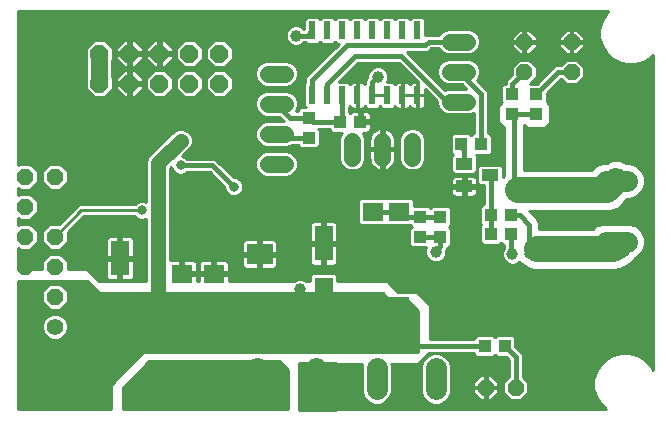
<source format=gtl>
G75*
%MOIN*%
%OFA0B0*%
%FSLAX25Y25*%
%IPPOS*%
%LPD*%
%AMOC8*
5,1,8,0,0,1.08239X$1,22.5*
%
%ADD10R,0.07087X0.06299*%
%ADD11R,0.06299X0.11811*%
%ADD12R,0.08504X0.07008*%
%ADD13R,0.02362X0.05906*%
%ADD14C,0.05600*%
%ADD15OC8,0.05200*%
%ADD16R,0.05512X0.03937*%
%ADD17R,0.04331X0.03937*%
%ADD18R,0.03937X0.04331*%
%ADD19C,0.05600*%
%ADD20OC8,0.05600*%
%ADD21OC8,0.06000*%
%ADD22R,0.18110X0.05906*%
%ADD23C,0.07050*%
%ADD24C,0.03962*%
%ADD25C,0.03175*%
%ADD26C,0.01600*%
%ADD27C,0.01000*%
%ADD28C,0.05000*%
%ADD29C,0.04000*%
%ADD30C,0.08600*%
D10*
X0068744Y0056088D03*
X0079374Y0056088D03*
X0079374Y0067112D03*
X0068744Y0067112D03*
X0132524Y0067308D03*
X0141185Y0067308D03*
X0141185Y0076757D03*
X0132524Y0076757D03*
X0132524Y0087781D03*
X0141185Y0087781D03*
X0141185Y0056285D03*
X0132524Y0056285D03*
D11*
X0115988Y0059828D03*
X0115988Y0077151D03*
X0048075Y0072230D03*
X0048075Y0054907D03*
D12*
X0094728Y0057545D03*
X0094728Y0073568D03*
D13*
X0112268Y0126560D03*
X0117268Y0126560D03*
X0122268Y0126560D03*
X0127268Y0126560D03*
X0132268Y0126560D03*
X0137268Y0126560D03*
X0142268Y0126560D03*
X0147268Y0126560D03*
X0147268Y0148214D03*
X0142268Y0148214D03*
X0137268Y0148214D03*
X0132268Y0148214D03*
X0127268Y0148214D03*
X0122268Y0148214D03*
X0117268Y0148214D03*
X0112268Y0148214D03*
D14*
X0103040Y0133726D02*
X0097440Y0133726D01*
X0097440Y0123726D02*
X0103040Y0123726D01*
X0103040Y0113647D02*
X0097440Y0113647D01*
X0097440Y0103647D02*
X0103040Y0103647D01*
X0125594Y0105768D02*
X0125594Y0111368D01*
X0135594Y0111368D02*
X0135594Y0105768D01*
X0145594Y0105768D02*
X0145594Y0111368D01*
X0158267Y0124434D02*
X0163867Y0124434D01*
X0163867Y0134434D02*
X0158267Y0134434D01*
X0158267Y0144434D02*
X0163867Y0144434D01*
X0041264Y0140419D02*
X0041264Y0130419D01*
D15*
X0170043Y0029119D03*
X0180043Y0029119D03*
X0182917Y0134356D03*
X0182917Y0144356D03*
X0198665Y0144356D03*
X0198665Y0134356D03*
D16*
X0162839Y0103726D03*
X0162839Y0096245D03*
X0171500Y0099986D03*
D17*
X0154965Y0086009D03*
X0148272Y0086009D03*
X0148272Y0079316D03*
X0154965Y0079316D03*
X0111067Y0112387D03*
X0111067Y0119080D03*
X0178980Y0120261D03*
X0178980Y0126954D03*
X0186854Y0126954D03*
X0186854Y0120261D03*
D18*
X0168547Y0110222D03*
X0161854Y0110222D03*
X0171697Y0086600D03*
X0171697Y0080300D03*
X0178390Y0080300D03*
X0178390Y0086600D03*
X0128193Y0117702D03*
X0121500Y0117702D03*
X0169728Y0042899D03*
X0176421Y0042899D03*
D19*
X0026500Y0049395D03*
D20*
X0026500Y0059395D03*
X0016500Y0059395D03*
X0016500Y0049395D03*
X0016500Y0069395D03*
X0016500Y0079395D03*
X0016500Y0089395D03*
X0026500Y0089395D03*
X0026500Y0079395D03*
X0026500Y0069395D03*
X0026500Y0099395D03*
X0016500Y0099395D03*
D21*
X0041264Y0130419D03*
X0051264Y0130419D03*
X0061264Y0130419D03*
X0071264Y0130419D03*
X0081264Y0130419D03*
X0081264Y0140419D03*
X0071264Y0140419D03*
X0061264Y0140419D03*
X0051264Y0140419D03*
X0041264Y0140419D03*
D22*
X0064807Y0045655D03*
X0064807Y0026363D03*
D23*
X0093705Y0028468D02*
X0093705Y0035518D01*
X0113390Y0035518D02*
X0113390Y0028468D01*
X0133705Y0028468D02*
X0133705Y0035518D01*
X0153390Y0035518D02*
X0153390Y0028468D01*
X0209983Y0058017D02*
X0217033Y0058017D01*
X0217033Y0077702D02*
X0209983Y0077702D01*
X0209983Y0098017D02*
X0217033Y0098017D01*
X0217033Y0117702D02*
X0209983Y0117702D01*
D24*
X0178980Y0073608D03*
X0153390Y0074395D03*
X0143547Y0045655D03*
X0141185Y0042505D03*
X0145909Y0042505D03*
X0108114Y0061797D03*
X0068350Y0111403D03*
X0106933Y0146442D03*
X0134098Y0132663D03*
D25*
X0155358Y0151167D03*
X0096303Y0151167D03*
X0076618Y0151167D03*
X0056933Y0151167D03*
X0037248Y0151167D03*
X0017563Y0151167D03*
X0017563Y0131482D03*
X0017563Y0111797D03*
X0045122Y0092112D03*
X0049059Y0092112D03*
X0055358Y0088175D03*
X0052996Y0084238D03*
X0047091Y0084238D03*
X0041185Y0084238D03*
X0066776Y0078332D03*
X0066776Y0074395D03*
X0074650Y0074395D03*
X0082524Y0074395D03*
X0094335Y0086206D03*
X0086067Y0096049D03*
X0068350Y0103135D03*
X0064807Y0108253D03*
X0114020Y0101954D03*
X0114020Y0090143D03*
X0106146Y0070458D03*
X0141579Y0062190D03*
X0145516Y0062190D03*
X0163232Y0068489D03*
X0171106Y0060615D03*
X0178980Y0052741D03*
X0184492Y0073608D03*
X0188429Y0073608D03*
X0192366Y0073608D03*
X0196303Y0073608D03*
X0195122Y0094474D03*
X0191185Y0094474D03*
X0187248Y0094474D03*
X0183311Y0094474D03*
X0179374Y0094474D03*
X0222287Y0044867D03*
X0202602Y0025182D03*
D26*
X0180043Y0029119D02*
X0180043Y0039277D01*
X0176421Y0042899D01*
X0169728Y0042899D02*
X0146303Y0042899D01*
X0145909Y0042505D01*
X0119925Y0036993D02*
X0119925Y0022108D01*
X0108114Y0022108D01*
X0108114Y0036993D01*
X0119925Y0036993D01*
X0119925Y0036491D02*
X0108114Y0036491D01*
X0108114Y0034892D02*
X0119925Y0034892D01*
X0119925Y0033293D02*
X0108114Y0033293D01*
X0108114Y0031695D02*
X0119925Y0031695D01*
X0119925Y0030096D02*
X0108114Y0030096D01*
X0108114Y0028498D02*
X0119925Y0028498D01*
X0119925Y0026899D02*
X0108114Y0026899D01*
X0108114Y0025301D02*
X0119925Y0025301D01*
X0119925Y0023702D02*
X0108114Y0023702D01*
X0153390Y0074395D02*
X0154965Y0076363D01*
X0154965Y0079316D01*
X0148272Y0079316D01*
X0148272Y0086009D02*
X0142169Y0086009D01*
X0141185Y0087781D01*
X0132524Y0087781D01*
X0148272Y0086009D02*
X0154965Y0086009D01*
X0171697Y0086600D02*
X0171697Y0099789D01*
X0171500Y0099986D01*
X0179374Y0094474D02*
X0179374Y0119867D01*
X0178980Y0120261D01*
X0186854Y0120261D01*
X0186854Y0126954D02*
X0194256Y0134356D01*
X0198665Y0134356D01*
X0202602Y0123608D02*
X0222287Y0123608D01*
X0222287Y0111797D01*
X0202602Y0111797D01*
X0202602Y0123608D01*
X0202602Y0122810D02*
X0222287Y0122810D01*
X0222287Y0121212D02*
X0202602Y0121212D01*
X0202602Y0119613D02*
X0222287Y0119613D01*
X0222287Y0118015D02*
X0202602Y0118015D01*
X0202602Y0116416D02*
X0222287Y0116416D01*
X0222287Y0114818D02*
X0202602Y0114818D01*
X0202602Y0113219D02*
X0222287Y0113219D01*
X0182917Y0134356D02*
X0178980Y0130419D01*
X0178980Y0126954D01*
X0168547Y0126954D02*
X0168547Y0110222D01*
X0162839Y0108056D02*
X0162839Y0103726D01*
X0162839Y0108056D02*
X0161854Y0110222D01*
X0161067Y0124434D02*
X0157287Y0124434D01*
X0141972Y0139749D01*
X0126618Y0139749D01*
X0117268Y0130399D01*
X0117268Y0126560D01*
X0112268Y0126560D02*
X0112268Y0131698D01*
X0123862Y0143293D01*
X0149846Y0143293D01*
X0150988Y0144434D01*
X0161067Y0144434D01*
X0161067Y0134434D02*
X0168547Y0126954D01*
X0134098Y0132663D02*
X0132268Y0130832D01*
X0132268Y0126560D01*
X0122268Y0126560D02*
X0122268Y0118470D01*
X0121500Y0117702D01*
X0112445Y0117702D01*
X0111067Y0119080D01*
X0104886Y0119080D01*
X0100240Y0123726D01*
X0100240Y0113647D02*
X0101500Y0112387D01*
X0111067Y0112387D01*
X0086067Y0096049D02*
X0078980Y0103135D01*
X0068350Y0103135D01*
X0106933Y0146442D02*
X0110496Y0146442D01*
X0112268Y0148214D01*
X0171697Y0086600D02*
X0171697Y0080300D01*
X0178390Y0080300D02*
X0178390Y0074198D01*
X0178980Y0073608D01*
X0184492Y0073608D02*
X0184492Y0083450D01*
X0181343Y0086600D01*
X0178390Y0086600D01*
X0202602Y0064552D02*
X0222287Y0064552D01*
X0222287Y0052741D01*
X0202602Y0052741D01*
X0202602Y0064552D01*
X0202602Y0063665D02*
X0222287Y0063665D01*
X0222287Y0062067D02*
X0202602Y0062067D01*
X0202602Y0060468D02*
X0222287Y0060468D01*
X0222287Y0058870D02*
X0202602Y0058870D01*
X0202602Y0057271D02*
X0222287Y0057271D01*
X0222287Y0055673D02*
X0202602Y0055673D01*
X0202602Y0054074D02*
X0222287Y0054074D01*
D27*
X0014189Y0064552D02*
X0014189Y0021808D01*
X0045122Y0021808D01*
X0045122Y0030104D01*
X0055949Y0040930D01*
X0147484Y0040930D01*
X0147484Y0054710D01*
X0143547Y0058647D01*
X0137642Y0058647D01*
X0135673Y0060615D01*
X0041185Y0060615D01*
X0037248Y0064552D01*
X0014189Y0064552D01*
X0014189Y0064238D02*
X0037562Y0064238D01*
X0038561Y0063240D02*
X0028736Y0063240D01*
X0028281Y0063695D02*
X0024719Y0063695D01*
X0022200Y0061176D01*
X0022200Y0057614D01*
X0024719Y0055095D01*
X0028281Y0055095D01*
X0030800Y0057614D01*
X0030800Y0061176D01*
X0028281Y0063695D01*
X0029735Y0062241D02*
X0039559Y0062241D01*
X0040558Y0061243D02*
X0030733Y0061243D01*
X0030800Y0060244D02*
X0136044Y0060244D01*
X0137043Y0059246D02*
X0030800Y0059246D01*
X0030800Y0058247D02*
X0143947Y0058247D01*
X0144945Y0057249D02*
X0030435Y0057249D01*
X0029436Y0056250D02*
X0145944Y0056250D01*
X0146942Y0055252D02*
X0028438Y0055252D01*
X0027355Y0053695D02*
X0025645Y0053695D01*
X0024064Y0053040D01*
X0022855Y0051831D01*
X0022200Y0050250D01*
X0022200Y0048540D01*
X0022855Y0046959D01*
X0024064Y0045750D01*
X0025645Y0045095D01*
X0027355Y0045095D01*
X0028936Y0045750D01*
X0030145Y0046959D01*
X0030800Y0048540D01*
X0030800Y0050250D01*
X0030145Y0051831D01*
X0028936Y0053040D01*
X0027355Y0053695D01*
X0028418Y0053255D02*
X0147484Y0053255D01*
X0147484Y0054253D02*
X0014189Y0054253D01*
X0014189Y0053255D02*
X0024582Y0053255D01*
X0023280Y0052256D02*
X0014189Y0052256D01*
X0014189Y0051258D02*
X0022617Y0051258D01*
X0022204Y0050259D02*
X0014189Y0050259D01*
X0014189Y0049261D02*
X0022200Y0049261D01*
X0022315Y0048262D02*
X0014189Y0048262D01*
X0014189Y0047264D02*
X0022729Y0047264D01*
X0023549Y0046265D02*
X0014189Y0046265D01*
X0014189Y0045267D02*
X0025230Y0045267D01*
X0027770Y0045267D02*
X0147484Y0045267D01*
X0147484Y0046265D02*
X0029451Y0046265D01*
X0030271Y0047264D02*
X0147484Y0047264D01*
X0147484Y0048262D02*
X0030685Y0048262D01*
X0030800Y0049261D02*
X0147484Y0049261D01*
X0147484Y0050259D02*
X0030796Y0050259D01*
X0030383Y0051258D02*
X0147484Y0051258D01*
X0147484Y0052256D02*
X0029720Y0052256D01*
X0024562Y0055252D02*
X0014189Y0055252D01*
X0014189Y0056250D02*
X0023564Y0056250D01*
X0022565Y0057249D02*
X0014189Y0057249D01*
X0014189Y0058247D02*
X0022200Y0058247D01*
X0022200Y0059246D02*
X0014189Y0059246D01*
X0014189Y0060244D02*
X0022200Y0060244D01*
X0022267Y0061243D02*
X0014189Y0061243D01*
X0014189Y0062241D02*
X0023265Y0062241D01*
X0024264Y0063240D02*
X0014189Y0063240D01*
X0014189Y0068489D02*
X0014189Y0075625D01*
X0014719Y0075095D01*
X0018281Y0075095D01*
X0020800Y0077614D01*
X0020800Y0081176D01*
X0018281Y0083695D01*
X0014719Y0083695D01*
X0014189Y0083165D01*
X0014189Y0085625D01*
X0014719Y0085095D01*
X0018281Y0085095D01*
X0020800Y0087614D01*
X0020800Y0091176D01*
X0018281Y0093695D01*
X0014719Y0093695D01*
X0014189Y0093165D01*
X0014189Y0095625D01*
X0014719Y0095095D01*
X0018281Y0095095D01*
X0019235Y0096049D01*
X0023765Y0096049D01*
X0024719Y0095095D01*
X0028281Y0095095D01*
X0029235Y0096049D01*
X0033311Y0096049D01*
X0033311Y0089034D01*
X0033280Y0089003D01*
X0027972Y0083695D01*
X0024719Y0083695D01*
X0022200Y0081176D01*
X0022200Y0077614D01*
X0024719Y0075095D01*
X0028281Y0075095D01*
X0030800Y0077614D01*
X0030800Y0080867D01*
X0033311Y0083378D01*
X0033311Y0068489D01*
X0030800Y0068489D01*
X0030800Y0071176D01*
X0028281Y0073695D01*
X0024719Y0073695D01*
X0022200Y0071176D01*
X0022200Y0068489D01*
X0014189Y0068489D01*
X0014189Y0069231D02*
X0022200Y0069231D01*
X0016900Y0069231D01*
X0016900Y0068995D02*
X0016900Y0069795D01*
X0016100Y0069795D01*
X0016100Y0073695D01*
X0014719Y0073695D01*
X0014189Y0073165D01*
X0014189Y0075625D01*
X0014719Y0075095D01*
X0018281Y0075095D01*
X0020800Y0077614D01*
X0020800Y0081176D01*
X0018281Y0083695D01*
X0014719Y0083695D01*
X0014189Y0083165D01*
X0014189Y0085625D01*
X0014719Y0085095D01*
X0018281Y0085095D01*
X0020800Y0087614D01*
X0020800Y0091176D01*
X0018281Y0093695D01*
X0014719Y0093695D01*
X0014189Y0093165D01*
X0014189Y0095625D01*
X0014719Y0095095D01*
X0018281Y0095095D01*
X0020800Y0097614D01*
X0020800Y0101176D01*
X0018281Y0103695D01*
X0014719Y0103695D01*
X0014189Y0103165D01*
X0014189Y0154541D01*
X0210946Y0154541D01*
X0210024Y0153619D01*
X0208654Y0151246D01*
X0207945Y0148600D01*
X0207945Y0145860D01*
X0208654Y0143213D01*
X0210024Y0140840D01*
X0211961Y0138903D01*
X0214334Y0137533D01*
X0216980Y0136824D01*
X0219720Y0136824D01*
X0222367Y0137533D01*
X0224740Y0138903D01*
X0225661Y0139825D01*
X0225661Y0035039D01*
X0224708Y0036690D01*
X0222771Y0038627D01*
X0220398Y0039997D01*
X0217752Y0040706D01*
X0215012Y0040706D01*
X0212366Y0039997D01*
X0209993Y0038627D01*
X0208055Y0036690D01*
X0206685Y0034317D01*
X0205976Y0031670D01*
X0205976Y0028931D01*
X0206685Y0026284D01*
X0208055Y0023911D01*
X0209993Y0021974D01*
X0210280Y0021808D01*
X0108114Y0021808D01*
X0108114Y0033056D01*
X0108365Y0033307D01*
X0108365Y0032493D01*
X0112890Y0032493D01*
X0112890Y0031493D01*
X0113890Y0031493D01*
X0113890Y0023460D01*
X0114566Y0023567D01*
X0115319Y0023812D01*
X0116023Y0024171D01*
X0116663Y0024636D01*
X0117223Y0025195D01*
X0117688Y0025835D01*
X0118047Y0026539D01*
X0118291Y0027292D01*
X0118415Y0028073D01*
X0118415Y0031493D01*
X0113890Y0031493D01*
X0113890Y0032493D01*
X0118415Y0032493D01*
X0118415Y0035914D01*
X0118291Y0036695D01*
X0118194Y0036993D01*
X0128877Y0036993D01*
X0128680Y0036518D01*
X0128680Y0027469D01*
X0129445Y0025622D01*
X0130858Y0024208D01*
X0132705Y0023443D01*
X0134704Y0023443D01*
X0136551Y0024208D01*
X0137965Y0025622D01*
X0138730Y0027469D01*
X0138730Y0036518D01*
X0138533Y0036993D01*
X0147484Y0036993D01*
X0151090Y0040599D01*
X0166260Y0040599D01*
X0166260Y0040112D01*
X0167139Y0039234D01*
X0172318Y0039234D01*
X0173075Y0039990D01*
X0173831Y0039234D01*
X0176834Y0039234D01*
X0177743Y0038324D01*
X0177743Y0032618D01*
X0175943Y0030818D01*
X0175943Y0027421D01*
X0178345Y0025019D01*
X0181742Y0025019D01*
X0184143Y0027421D01*
X0184143Y0030818D01*
X0182343Y0032618D01*
X0182343Y0040230D01*
X0180996Y0041577D01*
X0179890Y0042683D01*
X0179890Y0045686D01*
X0179011Y0046564D01*
X0173831Y0046564D01*
X0173075Y0045808D01*
X0172318Y0046564D01*
X0167139Y0046564D01*
X0166260Y0045686D01*
X0166260Y0045199D01*
X0151421Y0045199D01*
X0151421Y0056678D01*
X0145327Y0062772D01*
X0145649Y0062958D01*
X0145929Y0063238D01*
X0146126Y0063580D01*
X0146228Y0063961D01*
X0146228Y0066808D01*
X0141685Y0066808D01*
X0141685Y0067808D01*
X0146228Y0067808D01*
X0146228Y0070655D01*
X0146126Y0071037D01*
X0145929Y0071379D01*
X0145649Y0071658D01*
X0145307Y0071856D01*
X0144926Y0071958D01*
X0141685Y0071958D01*
X0141685Y0067808D01*
X0140685Y0067808D01*
X0140685Y0066808D01*
X0136142Y0066808D01*
X0133024Y0066808D01*
X0133024Y0067808D01*
X0140685Y0067808D01*
X0140685Y0071958D01*
X0137444Y0071958D01*
X0137063Y0071856D01*
X0136854Y0071735D01*
X0136646Y0071856D01*
X0136264Y0071958D01*
X0133024Y0071958D01*
X0133024Y0067808D01*
X0132024Y0067808D01*
X0132024Y0066808D01*
X0127480Y0066808D01*
X0127480Y0064552D01*
X0120638Y0064552D01*
X0120638Y0066355D01*
X0119759Y0067234D01*
X0112217Y0067234D01*
X0111339Y0066355D01*
X0111339Y0064552D01*
X0110281Y0064552D01*
X0110086Y0064748D01*
X0108807Y0065278D01*
X0107422Y0065278D01*
X0106142Y0064748D01*
X0105947Y0064552D01*
X0084417Y0064552D01*
X0084417Y0066612D01*
X0079874Y0066612D01*
X0079874Y0067611D01*
X0084417Y0067611D01*
X0084417Y0070459D01*
X0084315Y0070840D01*
X0084118Y0071182D01*
X0083838Y0071461D01*
X0083496Y0071659D01*
X0083115Y0071761D01*
X0079874Y0071761D01*
X0079874Y0067612D01*
X0078874Y0067612D01*
X0078874Y0071761D01*
X0075633Y0071761D01*
X0075252Y0071659D01*
X0074910Y0071461D01*
X0074630Y0071182D01*
X0074433Y0070840D01*
X0074331Y0070459D01*
X0074331Y0067611D01*
X0078874Y0067611D01*
X0078874Y0066612D01*
X0074331Y0066612D01*
X0074331Y0064552D01*
X0073787Y0064552D01*
X0073787Y0066612D01*
X0069244Y0066612D01*
X0069244Y0067611D01*
X0073787Y0067611D01*
X0073787Y0070459D01*
X0073685Y0070840D01*
X0073488Y0071182D01*
X0073208Y0071461D01*
X0072866Y0071659D01*
X0072485Y0071761D01*
X0069244Y0071761D01*
X0069244Y0067612D01*
X0068244Y0067612D01*
X0068244Y0071761D01*
X0065003Y0071761D01*
X0064870Y0071725D01*
X0064870Y0102266D01*
X0065263Y0102659D01*
X0065263Y0102521D01*
X0065733Y0101386D01*
X0066602Y0100518D01*
X0067736Y0100048D01*
X0068965Y0100048D01*
X0070099Y0100518D01*
X0070417Y0100835D01*
X0078028Y0100835D01*
X0082980Y0095883D01*
X0082980Y0095434D01*
X0083450Y0094300D01*
X0084318Y0093431D01*
X0085453Y0092961D01*
X0086681Y0092961D01*
X0087816Y0093431D01*
X0088684Y0094300D01*
X0089154Y0095434D01*
X0089154Y0096663D01*
X0088684Y0097797D01*
X0087816Y0098666D01*
X0086681Y0099136D01*
X0086232Y0099136D01*
X0081280Y0104088D01*
X0079933Y0105435D01*
X0070417Y0105435D01*
X0070099Y0105752D01*
X0068965Y0106223D01*
X0068827Y0106223D01*
X0071741Y0109137D01*
X0072350Y0110607D01*
X0072350Y0112198D01*
X0071741Y0113669D01*
X0070616Y0114794D01*
X0069146Y0115403D01*
X0067555Y0115403D01*
X0066085Y0114794D01*
X0058604Y0107314D01*
X0057479Y0106188D01*
X0056870Y0104718D01*
X0056870Y0090890D01*
X0055972Y0091262D01*
X0054744Y0091262D01*
X0053609Y0090792D01*
X0052992Y0090174D01*
X0034451Y0090174D01*
X0033280Y0089003D01*
X0027972Y0083695D01*
X0024719Y0083695D01*
X0022200Y0081176D01*
X0022200Y0077614D01*
X0024719Y0075095D01*
X0028281Y0075095D01*
X0030800Y0077614D01*
X0030800Y0080867D01*
X0036108Y0086175D01*
X0052992Y0086175D01*
X0053609Y0085557D01*
X0054744Y0085087D01*
X0055972Y0085087D01*
X0056870Y0085459D01*
X0056870Y0064552D01*
X0041185Y0064552D01*
X0037248Y0068489D01*
X0030800Y0068489D01*
X0030800Y0071176D01*
X0028281Y0073695D01*
X0024719Y0073695D01*
X0022200Y0071176D01*
X0022200Y0068489D01*
X0020800Y0068489D01*
X0020800Y0068995D01*
X0016900Y0068995D01*
X0016900Y0069795D02*
X0020800Y0069795D01*
X0020800Y0071176D01*
X0018281Y0073695D01*
X0016900Y0073695D01*
X0016900Y0069795D01*
X0016900Y0070229D02*
X0016100Y0070229D01*
X0016100Y0071228D02*
X0016900Y0071228D01*
X0016900Y0072226D02*
X0016100Y0072226D01*
X0016100Y0073225D02*
X0016900Y0073225D01*
X0018751Y0073225D02*
X0024249Y0073225D01*
X0014189Y0073225D01*
X0014249Y0073225D01*
X0014189Y0074224D02*
X0033311Y0074224D01*
X0033311Y0075222D02*
X0028408Y0075222D01*
X0043425Y0075222D01*
X0043425Y0074224D02*
X0014189Y0074224D01*
X0014189Y0075222D02*
X0014592Y0075222D01*
X0014189Y0075222D01*
X0014189Y0072226D02*
X0023250Y0072226D01*
X0019750Y0072226D01*
X0020748Y0071228D02*
X0022252Y0071228D01*
X0014189Y0071228D01*
X0014189Y0070229D02*
X0022200Y0070229D01*
X0020800Y0070229D01*
X0018408Y0075222D02*
X0024592Y0075222D01*
X0018408Y0075222D01*
X0019407Y0076221D02*
X0023593Y0076221D01*
X0019407Y0076221D01*
X0020405Y0077219D02*
X0022595Y0077219D01*
X0020405Y0077219D01*
X0020800Y0078218D02*
X0022200Y0078218D01*
X0020800Y0078218D01*
X0020800Y0079216D02*
X0022200Y0079216D01*
X0020800Y0079216D01*
X0020800Y0080215D02*
X0022200Y0080215D01*
X0020800Y0080215D01*
X0020763Y0081213D02*
X0022237Y0081213D01*
X0020763Y0081213D01*
X0019764Y0082212D02*
X0023236Y0082212D01*
X0019764Y0082212D01*
X0018766Y0083210D02*
X0024234Y0083210D01*
X0018766Y0083210D01*
X0018393Y0085207D02*
X0029484Y0085207D01*
X0028393Y0085207D01*
X0028281Y0085095D02*
X0030800Y0087614D01*
X0030800Y0088995D01*
X0026900Y0088995D01*
X0026900Y0089795D01*
X0026100Y0089795D01*
X0026100Y0093695D01*
X0024719Y0093695D01*
X0022200Y0091176D01*
X0022200Y0089795D01*
X0026100Y0089795D01*
X0026100Y0088995D01*
X0022200Y0088995D01*
X0022200Y0087614D01*
X0024719Y0085095D01*
X0026100Y0085095D01*
X0026100Y0088995D01*
X0026900Y0088995D01*
X0026900Y0085095D01*
X0028281Y0085095D01*
X0028485Y0084209D02*
X0014189Y0084209D01*
X0028485Y0084209D01*
X0026900Y0085207D02*
X0026100Y0085207D01*
X0026100Y0086206D02*
X0026900Y0086206D01*
X0026900Y0087204D02*
X0026100Y0087204D01*
X0026100Y0088203D02*
X0026900Y0088203D01*
X0026900Y0089201D02*
X0033478Y0089201D01*
X0033311Y0089201D02*
X0020800Y0089201D01*
X0026100Y0089201D01*
X0026900Y0089795D02*
X0026900Y0093695D01*
X0028281Y0093695D01*
X0030800Y0091176D01*
X0030800Y0089795D01*
X0026900Y0089795D01*
X0026900Y0090200D02*
X0026100Y0090200D01*
X0026100Y0091198D02*
X0026900Y0091198D01*
X0026900Y0092197D02*
X0026100Y0092197D01*
X0026100Y0093195D02*
X0026900Y0093195D01*
X0028781Y0093195D02*
X0056870Y0093195D01*
X0056870Y0092197D02*
X0029779Y0092197D01*
X0030778Y0091198D02*
X0054590Y0091198D01*
X0056126Y0091198D02*
X0056870Y0091198D01*
X0055358Y0088175D02*
X0035280Y0088175D01*
X0026500Y0079395D01*
X0030800Y0079216D02*
X0033311Y0079216D01*
X0033311Y0078218D02*
X0030800Y0078218D01*
X0043425Y0078218D01*
X0043425Y0078333D02*
X0043425Y0072730D01*
X0047575Y0072730D01*
X0047575Y0079635D01*
X0044728Y0079635D01*
X0044346Y0079533D01*
X0044004Y0079335D01*
X0043725Y0079056D01*
X0043527Y0078714D01*
X0043425Y0078333D01*
X0043885Y0079216D02*
X0030800Y0079216D01*
X0030800Y0080215D02*
X0033311Y0080215D01*
X0033311Y0081213D02*
X0031147Y0081213D01*
X0056870Y0081213D01*
X0056870Y0080215D02*
X0030800Y0080215D01*
X0032145Y0082212D02*
X0033311Y0082212D01*
X0033311Y0083210D02*
X0033144Y0083210D01*
X0056870Y0083210D01*
X0056870Y0082212D02*
X0032145Y0082212D01*
X0034142Y0084209D02*
X0056870Y0084209D01*
X0056870Y0085207D02*
X0056262Y0085207D01*
X0054454Y0085207D02*
X0035141Y0085207D01*
X0031481Y0087204D02*
X0020390Y0087204D01*
X0022610Y0087204D01*
X0022200Y0088203D02*
X0020800Y0088203D01*
X0032479Y0088203D01*
X0030800Y0088203D01*
X0030390Y0087204D02*
X0031481Y0087204D01*
X0030482Y0086206D02*
X0019392Y0086206D01*
X0023608Y0086206D01*
X0024607Y0085207D02*
X0018393Y0085207D01*
X0014607Y0085207D02*
X0014189Y0085207D01*
X0014607Y0085207D01*
X0014234Y0083210D02*
X0014189Y0083210D01*
X0014234Y0083210D01*
X0020800Y0090200D02*
X0033311Y0090200D01*
X0033311Y0091198D02*
X0020778Y0091198D01*
X0022222Y0091198D01*
X0022200Y0090200D02*
X0020800Y0090200D01*
X0019779Y0092197D02*
X0033311Y0092197D01*
X0033311Y0093195D02*
X0018781Y0093195D01*
X0024219Y0093195D01*
X0023221Y0092197D02*
X0019779Y0092197D01*
X0018378Y0095192D02*
X0024622Y0095192D01*
X0018378Y0095192D01*
X0019377Y0096191D02*
X0023623Y0096191D01*
X0022625Y0097189D02*
X0020375Y0097189D01*
X0020800Y0098188D02*
X0022200Y0098188D01*
X0022200Y0097614D02*
X0024719Y0095095D01*
X0028281Y0095095D01*
X0030800Y0097614D01*
X0030800Y0101176D01*
X0028281Y0103695D01*
X0024719Y0103695D01*
X0022200Y0101176D01*
X0022200Y0097614D01*
X0022200Y0099186D02*
X0020800Y0099186D01*
X0020800Y0100185D02*
X0022200Y0100185D01*
X0022207Y0101183D02*
X0020793Y0101183D01*
X0019794Y0102182D02*
X0023206Y0102182D01*
X0024204Y0103180D02*
X0018796Y0103180D01*
X0014204Y0103180D02*
X0014189Y0103180D01*
X0014189Y0104179D02*
X0056870Y0104179D01*
X0056870Y0103180D02*
X0028796Y0103180D01*
X0029794Y0102182D02*
X0056870Y0102182D01*
X0056870Y0101183D02*
X0030793Y0101183D01*
X0030800Y0100185D02*
X0056870Y0100185D01*
X0056870Y0099186D02*
X0030800Y0099186D01*
X0030800Y0098188D02*
X0056870Y0098188D01*
X0056870Y0097189D02*
X0030375Y0097189D01*
X0029377Y0096191D02*
X0056870Y0096191D01*
X0056870Y0095192D02*
X0028378Y0095192D01*
X0033311Y0095192D01*
X0033311Y0094194D02*
X0014189Y0094194D01*
X0056870Y0094194D01*
X0053017Y0090200D02*
X0030800Y0090200D01*
X0030482Y0086206D02*
X0029392Y0086206D01*
X0030405Y0077219D02*
X0033311Y0077219D01*
X0033311Y0076221D02*
X0029407Y0076221D01*
X0043425Y0076221D01*
X0043425Y0077219D02*
X0030405Y0077219D01*
X0028751Y0073225D02*
X0033311Y0073225D01*
X0033311Y0072226D02*
X0029750Y0072226D01*
X0047575Y0072226D01*
X0047575Y0071730D02*
X0043425Y0071730D01*
X0043425Y0066127D01*
X0043527Y0065745D01*
X0043725Y0065403D01*
X0044004Y0065124D01*
X0044346Y0064926D01*
X0044728Y0064824D01*
X0047575Y0064824D01*
X0047575Y0071730D01*
X0047575Y0072730D01*
X0048575Y0072730D01*
X0048575Y0079635D01*
X0051422Y0079635D01*
X0051803Y0079533D01*
X0052145Y0079335D01*
X0052425Y0079056D01*
X0052622Y0078714D01*
X0052724Y0078333D01*
X0052724Y0072730D01*
X0048575Y0072730D01*
X0048575Y0071730D01*
X0052724Y0071730D01*
X0052724Y0066127D01*
X0052622Y0065745D01*
X0052425Y0065403D01*
X0052145Y0065124D01*
X0051803Y0064926D01*
X0051422Y0064824D01*
X0048575Y0064824D01*
X0048575Y0071730D01*
X0047575Y0071730D01*
X0047575Y0071228D02*
X0048575Y0071228D01*
X0048575Y0072226D02*
X0056870Y0072226D01*
X0056870Y0071228D02*
X0052724Y0071228D01*
X0052724Y0070229D02*
X0056870Y0070229D01*
X0056870Y0069231D02*
X0052724Y0069231D01*
X0052724Y0068232D02*
X0056870Y0068232D01*
X0056870Y0067234D02*
X0052724Y0067234D01*
X0052724Y0066235D02*
X0056870Y0066235D01*
X0056870Y0065237D02*
X0052259Y0065237D01*
X0048575Y0065237D02*
X0047575Y0065237D01*
X0047575Y0066235D02*
X0048575Y0066235D01*
X0048575Y0067234D02*
X0047575Y0067234D01*
X0047575Y0068232D02*
X0048575Y0068232D01*
X0048575Y0069231D02*
X0047575Y0069231D01*
X0047575Y0070229D02*
X0048575Y0070229D01*
X0048575Y0073225D02*
X0047575Y0073225D01*
X0047575Y0074224D02*
X0048575Y0074224D01*
X0048575Y0075222D02*
X0047575Y0075222D01*
X0047575Y0076221D02*
X0048575Y0076221D01*
X0048575Y0077219D02*
X0047575Y0077219D01*
X0047575Y0078218D02*
X0048575Y0078218D01*
X0048575Y0079216D02*
X0047575Y0079216D01*
X0052265Y0079216D02*
X0056870Y0079216D01*
X0056870Y0078218D02*
X0052724Y0078218D01*
X0052724Y0077219D02*
X0056870Y0077219D01*
X0056870Y0076221D02*
X0052724Y0076221D01*
X0052724Y0075222D02*
X0056870Y0075222D01*
X0056870Y0074224D02*
X0052724Y0074224D01*
X0052724Y0073225D02*
X0056870Y0073225D01*
X0064870Y0073225D02*
X0094228Y0073225D01*
X0094228Y0073068D02*
X0088976Y0073068D01*
X0088976Y0069867D01*
X0089079Y0069485D01*
X0089276Y0069143D01*
X0089555Y0068864D01*
X0089897Y0068666D01*
X0090279Y0068564D01*
X0094228Y0068564D01*
X0094228Y0073068D01*
X0094228Y0074068D01*
X0088976Y0074068D01*
X0088976Y0077270D01*
X0089079Y0077651D01*
X0089276Y0077993D01*
X0089555Y0078272D01*
X0089897Y0078470D01*
X0090279Y0078572D01*
X0094228Y0078572D01*
X0094228Y0074068D01*
X0095228Y0074068D01*
X0095228Y0078572D01*
X0099178Y0078572D01*
X0099559Y0078470D01*
X0099901Y0078272D01*
X0100181Y0077993D01*
X0100378Y0077651D01*
X0100480Y0077270D01*
X0100480Y0074068D01*
X0095228Y0074068D01*
X0095228Y0073068D01*
X0095228Y0068564D01*
X0099178Y0068564D01*
X0099559Y0068666D01*
X0099901Y0068864D01*
X0100181Y0069143D01*
X0100378Y0069485D01*
X0100480Y0069867D01*
X0100480Y0073068D01*
X0095228Y0073068D01*
X0094228Y0073068D01*
X0094228Y0072226D02*
X0095228Y0072226D01*
X0095228Y0071228D02*
X0094228Y0071228D01*
X0094228Y0070229D02*
X0095228Y0070229D01*
X0095228Y0069231D02*
X0094228Y0069231D01*
X0095228Y0073225D02*
X0111339Y0073225D01*
X0111339Y0074224D02*
X0100480Y0074224D01*
X0100480Y0075222D02*
X0111339Y0075222D01*
X0111339Y0076221D02*
X0100480Y0076221D01*
X0100480Y0077219D02*
X0115488Y0077219D01*
X0115488Y0077651D02*
X0115488Y0076651D01*
X0111339Y0076651D01*
X0111339Y0071048D01*
X0111441Y0070666D01*
X0111638Y0070324D01*
X0111918Y0070045D01*
X0112260Y0069848D01*
X0112641Y0069745D01*
X0115488Y0069745D01*
X0115488Y0076651D01*
X0116488Y0076651D01*
X0116488Y0069745D01*
X0119335Y0069745D01*
X0119717Y0069848D01*
X0120059Y0070045D01*
X0120338Y0070324D01*
X0120536Y0070666D01*
X0120638Y0071048D01*
X0120638Y0076651D01*
X0116488Y0076651D01*
X0116488Y0077651D01*
X0115488Y0077651D01*
X0111339Y0077651D01*
X0111339Y0083254D01*
X0111441Y0083635D01*
X0111638Y0083977D01*
X0111918Y0084257D01*
X0112260Y0084454D01*
X0112641Y0084556D01*
X0115488Y0084556D01*
X0115488Y0077651D01*
X0115488Y0078218D02*
X0116488Y0078218D01*
X0116488Y0077651D02*
X0116488Y0084556D01*
X0119335Y0084556D01*
X0119717Y0084454D01*
X0120059Y0084257D01*
X0120338Y0083977D01*
X0120536Y0083635D01*
X0120638Y0083254D01*
X0120638Y0077651D01*
X0116488Y0077651D01*
X0116488Y0077219D02*
X0132024Y0077219D01*
X0132024Y0077257D02*
X0132024Y0076257D01*
X0133024Y0076257D01*
X0133024Y0077257D01*
X0140685Y0077257D01*
X0140685Y0076257D01*
X0141685Y0076257D01*
X0141685Y0072108D01*
X0144926Y0072108D01*
X0145307Y0072210D01*
X0145649Y0072407D01*
X0145929Y0072687D01*
X0146126Y0073029D01*
X0146228Y0073410D01*
X0146228Y0075848D01*
X0150224Y0075848D01*
X0149909Y0075087D01*
X0149909Y0073703D01*
X0150439Y0072423D01*
X0151418Y0071444D01*
X0152697Y0070914D01*
X0154082Y0070914D01*
X0155362Y0071444D01*
X0156341Y0072423D01*
X0156871Y0073703D01*
X0156871Y0075017D01*
X0157265Y0075411D01*
X0157265Y0075557D01*
X0157356Y0075671D01*
X0157336Y0075848D01*
X0157751Y0075848D01*
X0158630Y0076726D01*
X0158630Y0081906D01*
X0157873Y0082663D01*
X0158630Y0083419D01*
X0158630Y0088599D01*
X0157751Y0089478D01*
X0152178Y0089478D01*
X0151618Y0088918D01*
X0151058Y0089478D01*
X0146228Y0089478D01*
X0146228Y0091552D01*
X0145350Y0092430D01*
X0137020Y0092430D01*
X0136854Y0092264D01*
X0136688Y0092430D01*
X0128359Y0092430D01*
X0127480Y0091552D01*
X0127480Y0084010D01*
X0128359Y0083131D01*
X0136688Y0083131D01*
X0136854Y0083297D01*
X0137020Y0083131D01*
X0144894Y0083131D01*
X0145363Y0082663D01*
X0144606Y0081906D01*
X0144606Y0081407D01*
X0141685Y0081407D01*
X0141685Y0077257D01*
X0140685Y0077257D01*
X0140685Y0081407D01*
X0137444Y0081407D01*
X0137063Y0081305D01*
X0136854Y0081184D01*
X0136646Y0081305D01*
X0136264Y0081407D01*
X0133024Y0081407D01*
X0133024Y0077257D01*
X0132024Y0077257D01*
X0132024Y0081407D01*
X0128783Y0081407D01*
X0128401Y0081305D01*
X0128059Y0081107D01*
X0127780Y0080828D01*
X0127583Y0080486D01*
X0127480Y0080104D01*
X0127480Y0077257D01*
X0132024Y0077257D01*
X0132024Y0078218D02*
X0133024Y0078218D01*
X0133024Y0079216D02*
X0132024Y0079216D01*
X0132024Y0080215D02*
X0133024Y0080215D01*
X0133024Y0081213D02*
X0132024Y0081213D01*
X0128243Y0081213D02*
X0120638Y0081213D01*
X0120638Y0080215D02*
X0127510Y0080215D01*
X0127799Y0080215D02*
X0144606Y0080215D01*
X0144606Y0081213D02*
X0127799Y0081213D01*
X0127799Y0081875D02*
X0144606Y0081875D01*
X0144606Y0076726D01*
X0145485Y0075848D01*
X0145909Y0075848D01*
X0145909Y0064552D01*
X0127799Y0064552D01*
X0127799Y0081875D01*
X0128280Y0083210D02*
X0120638Y0083210D01*
X0120638Y0082212D02*
X0144912Y0082212D01*
X0141685Y0081213D02*
X0140685Y0081213D01*
X0140685Y0080215D02*
X0141685Y0080215D01*
X0141685Y0079216D02*
X0140685Y0079216D01*
X0140685Y0078218D02*
X0141685Y0078218D01*
X0140685Y0077219D02*
X0133024Y0077219D01*
X0133024Y0076257D02*
X0136142Y0076257D01*
X0140685Y0076257D01*
X0140685Y0072108D01*
X0137444Y0072108D01*
X0137063Y0072210D01*
X0136854Y0072330D01*
X0136646Y0072210D01*
X0136264Y0072108D01*
X0133024Y0072108D01*
X0133024Y0076257D01*
X0133024Y0076221D02*
X0132024Y0076221D01*
X0132024Y0076257D02*
X0132024Y0072108D01*
X0128783Y0072108D01*
X0128401Y0072210D01*
X0128059Y0072407D01*
X0127780Y0072687D01*
X0127583Y0073029D01*
X0127480Y0073410D01*
X0127480Y0076257D01*
X0132024Y0076257D01*
X0132024Y0075222D02*
X0133024Y0075222D01*
X0133024Y0074224D02*
X0132024Y0074224D01*
X0132024Y0073225D02*
X0133024Y0073225D01*
X0133024Y0072226D02*
X0132024Y0072226D01*
X0132024Y0071958D02*
X0128783Y0071958D01*
X0128401Y0071856D01*
X0128059Y0071658D01*
X0127780Y0071379D01*
X0127583Y0071037D01*
X0127480Y0070655D01*
X0127480Y0067808D01*
X0132024Y0067808D01*
X0132024Y0071958D01*
X0132024Y0071228D02*
X0133024Y0071228D01*
X0133024Y0070229D02*
X0132024Y0070229D01*
X0132024Y0069231D02*
X0133024Y0069231D01*
X0133024Y0068232D02*
X0132024Y0068232D01*
X0132024Y0067234D02*
X0079874Y0067234D01*
X0079874Y0068232D02*
X0078874Y0068232D01*
X0078874Y0067234D02*
X0069244Y0067234D01*
X0069244Y0068232D02*
X0068244Y0068232D01*
X0068244Y0069231D02*
X0069244Y0069231D01*
X0069244Y0070229D02*
X0068244Y0070229D01*
X0068244Y0071228D02*
X0069244Y0071228D01*
X0064870Y0072226D02*
X0088976Y0072226D01*
X0088976Y0071228D02*
X0084072Y0071228D01*
X0084417Y0070229D02*
X0088976Y0070229D01*
X0089225Y0069231D02*
X0084417Y0069231D01*
X0084417Y0068232D02*
X0127480Y0068232D01*
X0127799Y0068232D02*
X0145909Y0068232D01*
X0146228Y0068232D02*
X0225661Y0068232D01*
X0225661Y0067234D02*
X0141685Y0067234D01*
X0141685Y0068232D02*
X0140685Y0068232D01*
X0140685Y0067234D02*
X0133024Y0067234D01*
X0127799Y0067234D02*
X0145909Y0067234D01*
X0145909Y0066235D02*
X0127799Y0066235D01*
X0127480Y0066235D02*
X0120638Y0066235D01*
X0120638Y0065237D02*
X0127480Y0065237D01*
X0127799Y0065237D02*
X0145909Y0065237D01*
X0146228Y0065237D02*
X0225661Y0065237D01*
X0225661Y0066235D02*
X0146228Y0066235D01*
X0146228Y0064238D02*
X0225661Y0064238D01*
X0225661Y0063240D02*
X0145930Y0063240D01*
X0145858Y0062241D02*
X0207248Y0062241D01*
X0207349Y0062315D02*
X0206709Y0061850D01*
X0206150Y0061291D01*
X0205685Y0060651D01*
X0205326Y0059946D01*
X0205082Y0059194D01*
X0204974Y0058517D01*
X0213008Y0058517D01*
X0213008Y0063042D01*
X0209587Y0063042D01*
X0208806Y0062918D01*
X0208054Y0062674D01*
X0207349Y0062315D01*
X0206115Y0061243D02*
X0146857Y0061243D01*
X0147484Y0061243D02*
X0140558Y0061243D01*
X0140791Y0061009D02*
X0137642Y0064159D01*
X0137642Y0064552D01*
X0147484Y0064552D01*
X0147484Y0061009D01*
X0140791Y0061009D01*
X0139559Y0062241D02*
X0147484Y0062241D01*
X0147484Y0063240D02*
X0138561Y0063240D01*
X0137642Y0064238D02*
X0147484Y0064238D01*
X0147855Y0060244D02*
X0205478Y0060244D01*
X0205099Y0059246D02*
X0148854Y0059246D01*
X0149852Y0058247D02*
X0213008Y0058247D01*
X0213008Y0058517D02*
X0213008Y0057517D01*
X0214008Y0057517D01*
X0214008Y0058517D01*
X0222041Y0058517D01*
X0221934Y0059194D01*
X0221690Y0059946D01*
X0221331Y0060651D01*
X0220866Y0061291D01*
X0220306Y0061850D01*
X0219667Y0062315D01*
X0218962Y0062674D01*
X0218210Y0062918D01*
X0217428Y0063042D01*
X0214008Y0063042D01*
X0214008Y0058517D01*
X0213008Y0058517D01*
X0213008Y0059246D02*
X0214008Y0059246D01*
X0214008Y0060244D02*
X0213008Y0060244D01*
X0213008Y0061243D02*
X0214008Y0061243D01*
X0214008Y0062241D02*
X0213008Y0062241D01*
X0214008Y0058247D02*
X0225661Y0058247D01*
X0225661Y0057249D02*
X0221999Y0057249D01*
X0222041Y0057517D02*
X0214008Y0057517D01*
X0214008Y0052992D01*
X0217428Y0052992D01*
X0218210Y0053116D01*
X0218962Y0053360D01*
X0219667Y0053719D01*
X0220306Y0054184D01*
X0220866Y0054743D01*
X0221331Y0055383D01*
X0221690Y0056088D01*
X0221934Y0056840D01*
X0222041Y0057517D01*
X0221742Y0056250D02*
X0225661Y0056250D01*
X0225661Y0055252D02*
X0221235Y0055252D01*
X0220376Y0054253D02*
X0225661Y0054253D01*
X0225661Y0053255D02*
X0218637Y0053255D01*
X0214008Y0053255D02*
X0213008Y0053255D01*
X0213008Y0052992D02*
X0213008Y0057517D01*
X0204974Y0057517D01*
X0205082Y0056840D01*
X0205326Y0056088D01*
X0205685Y0055383D01*
X0206150Y0054743D01*
X0206709Y0054184D01*
X0207349Y0053719D01*
X0208054Y0053360D01*
X0208806Y0053116D01*
X0209587Y0052992D01*
X0213008Y0052992D01*
X0213008Y0054253D02*
X0214008Y0054253D01*
X0214008Y0055252D02*
X0213008Y0055252D01*
X0213008Y0056250D02*
X0214008Y0056250D01*
X0214008Y0057249D02*
X0213008Y0057249D01*
X0208378Y0053255D02*
X0151421Y0053255D01*
X0151421Y0054253D02*
X0206640Y0054253D01*
X0205781Y0055252D02*
X0151421Y0055252D01*
X0151421Y0056250D02*
X0205273Y0056250D01*
X0205017Y0057249D02*
X0150851Y0057249D01*
X0151421Y0052256D02*
X0225661Y0052256D01*
X0225661Y0051258D02*
X0151421Y0051258D01*
X0151421Y0050259D02*
X0225661Y0050259D01*
X0225661Y0049261D02*
X0151421Y0049261D01*
X0151421Y0048262D02*
X0225661Y0048262D01*
X0225661Y0047264D02*
X0151421Y0047264D01*
X0151421Y0046265D02*
X0166839Y0046265D01*
X0166260Y0045267D02*
X0151421Y0045267D01*
X0147484Y0044268D02*
X0014189Y0044268D01*
X0014189Y0043270D02*
X0147484Y0043270D01*
X0147484Y0042271D02*
X0014189Y0042271D01*
X0014189Y0041273D02*
X0147484Y0041273D01*
X0149766Y0039276D02*
X0150041Y0039276D01*
X0150543Y0039778D02*
X0149130Y0038365D01*
X0148365Y0036518D01*
X0148365Y0027469D01*
X0149130Y0025622D01*
X0150543Y0024208D01*
X0152390Y0023443D01*
X0154389Y0023443D01*
X0156236Y0024208D01*
X0157650Y0025622D01*
X0158415Y0027469D01*
X0158415Y0036518D01*
X0157650Y0038365D01*
X0156236Y0039778D01*
X0154389Y0040543D01*
X0152390Y0040543D01*
X0150543Y0039778D01*
X0150765Y0040274D02*
X0151740Y0040274D01*
X0155039Y0040274D02*
X0166260Y0040274D01*
X0167096Y0039276D02*
X0156739Y0039276D01*
X0157686Y0038277D02*
X0177743Y0038277D01*
X0177743Y0037279D02*
X0158100Y0037279D01*
X0158415Y0036280D02*
X0177743Y0036280D01*
X0177743Y0035282D02*
X0158415Y0035282D01*
X0158415Y0034283D02*
X0177743Y0034283D01*
X0177743Y0033285D02*
X0158415Y0033285D01*
X0158415Y0032286D02*
X0167412Y0032286D01*
X0168345Y0033219D02*
X0165943Y0030818D01*
X0165943Y0029419D01*
X0169743Y0029419D01*
X0169743Y0028819D01*
X0170343Y0028819D01*
X0170343Y0025019D01*
X0171742Y0025019D01*
X0174143Y0027421D01*
X0174143Y0028819D01*
X0170343Y0028819D01*
X0170343Y0029419D01*
X0174143Y0029419D01*
X0174143Y0030818D01*
X0171742Y0033219D01*
X0170343Y0033219D01*
X0170343Y0029419D01*
X0169743Y0029419D01*
X0169743Y0033219D01*
X0168345Y0033219D01*
X0169743Y0032286D02*
X0170343Y0032286D01*
X0170343Y0031288D02*
X0169743Y0031288D01*
X0169743Y0030289D02*
X0170343Y0030289D01*
X0170343Y0029291D02*
X0175943Y0029291D01*
X0175943Y0030289D02*
X0174143Y0030289D01*
X0173673Y0031288D02*
X0176413Y0031288D01*
X0177412Y0032286D02*
X0172675Y0032286D01*
X0169743Y0029291D02*
X0158415Y0029291D01*
X0158415Y0030289D02*
X0165943Y0030289D01*
X0166413Y0031288D02*
X0158415Y0031288D01*
X0158415Y0028292D02*
X0165943Y0028292D01*
X0165943Y0028819D02*
X0165943Y0027421D01*
X0168345Y0025019D01*
X0169743Y0025019D01*
X0169743Y0028819D01*
X0165943Y0028819D01*
X0166071Y0027293D02*
X0158342Y0027293D01*
X0157929Y0026295D02*
X0167069Y0026295D01*
X0168068Y0025296D02*
X0157324Y0025296D01*
X0156326Y0024298D02*
X0207832Y0024298D01*
X0207256Y0025296D02*
X0182019Y0025296D01*
X0183017Y0026295D02*
X0206683Y0026295D01*
X0206415Y0027293D02*
X0184016Y0027293D01*
X0184143Y0028292D02*
X0206147Y0028292D01*
X0205976Y0029291D02*
X0184143Y0029291D01*
X0184143Y0030289D02*
X0205976Y0030289D01*
X0205976Y0031288D02*
X0183673Y0031288D01*
X0182675Y0032286D02*
X0206141Y0032286D01*
X0206409Y0033285D02*
X0182343Y0033285D01*
X0182343Y0034283D02*
X0206676Y0034283D01*
X0207242Y0035282D02*
X0182343Y0035282D01*
X0182343Y0036280D02*
X0207819Y0036280D01*
X0208644Y0037279D02*
X0182343Y0037279D01*
X0182343Y0038277D02*
X0209643Y0038277D01*
X0211116Y0039276D02*
X0182343Y0039276D01*
X0182299Y0040274D02*
X0213400Y0040274D01*
X0219364Y0040274D02*
X0225661Y0040274D01*
X0225661Y0039276D02*
X0221648Y0039276D01*
X0223121Y0038277D02*
X0225661Y0038277D01*
X0225661Y0037279D02*
X0224119Y0037279D01*
X0224945Y0036280D02*
X0225661Y0036280D01*
X0225661Y0035282D02*
X0225521Y0035282D01*
X0225661Y0041273D02*
X0181300Y0041273D01*
X0180302Y0042271D02*
X0225661Y0042271D01*
X0225661Y0043270D02*
X0179890Y0043270D01*
X0179890Y0044268D02*
X0225661Y0044268D01*
X0225661Y0045267D02*
X0179890Y0045267D01*
X0179310Y0046265D02*
X0225661Y0046265D01*
X0225661Y0059246D02*
X0221917Y0059246D01*
X0221538Y0060244D02*
X0225661Y0060244D01*
X0225661Y0061243D02*
X0220900Y0061243D01*
X0219768Y0062241D02*
X0225661Y0062241D01*
X0225661Y0069231D02*
X0215846Y0069231D01*
X0215512Y0069093D02*
X0216297Y0069418D01*
X0216661Y0069782D01*
X0219072Y0071228D01*
X0219924Y0072378D01*
X0220446Y0072594D01*
X0222141Y0074289D01*
X0223058Y0076504D01*
X0223058Y0078901D01*
X0222141Y0081115D01*
X0220446Y0082810D01*
X0218231Y0083727D01*
X0208784Y0083727D01*
X0206570Y0082810D01*
X0205743Y0081982D01*
X0187792Y0081982D01*
X0187792Y0084107D01*
X0187290Y0085319D01*
X0186361Y0086248D01*
X0184542Y0088067D01*
X0211829Y0088067D01*
X0214328Y0089103D01*
X0216241Y0091016D01*
X0217218Y0091992D01*
X0218231Y0091992D01*
X0220446Y0092909D01*
X0222141Y0094604D01*
X0223058Y0096819D01*
X0223058Y0099215D01*
X0222141Y0101430D01*
X0220446Y0103125D01*
X0218231Y0104042D01*
X0216850Y0104042D01*
X0214979Y0104817D01*
X0212273Y0104817D01*
X0210402Y0104042D01*
X0208784Y0104042D01*
X0206570Y0103125D01*
X0205113Y0101667D01*
X0182674Y0101667D01*
X0182674Y0116285D01*
X0182917Y0116529D01*
X0183273Y0116173D01*
X0184192Y0115793D01*
X0189517Y0115793D01*
X0190436Y0116173D01*
X0191139Y0116876D01*
X0191520Y0117795D01*
X0191520Y0122727D01*
X0191139Y0123646D01*
X0190470Y0124315D01*
X0190520Y0124364D01*
X0190520Y0127367D01*
X0195188Y0132035D01*
X0196967Y0130256D01*
X0200364Y0130256D01*
X0202765Y0132657D01*
X0202765Y0136054D01*
X0200364Y0138456D01*
X0196967Y0138456D01*
X0195167Y0136656D01*
X0193303Y0136656D01*
X0191956Y0135308D01*
X0187070Y0130423D01*
X0184782Y0130423D01*
X0187017Y0132657D01*
X0187017Y0136054D01*
X0184616Y0138456D01*
X0181219Y0138456D01*
X0178817Y0136054D01*
X0178817Y0133508D01*
X0176680Y0131371D01*
X0176680Y0130423D01*
X0176194Y0130423D01*
X0175315Y0129544D01*
X0175315Y0124364D01*
X0175364Y0124315D01*
X0174696Y0123646D01*
X0174315Y0122727D01*
X0174315Y0117795D01*
X0174696Y0116876D01*
X0175399Y0116173D01*
X0176074Y0115894D01*
X0176074Y0099609D01*
X0175756Y0099291D01*
X0175756Y0102575D01*
X0174877Y0103454D01*
X0168123Y0103454D01*
X0167244Y0102575D01*
X0167244Y0097396D01*
X0168123Y0096517D01*
X0169397Y0096517D01*
X0169397Y0090265D01*
X0169107Y0090265D01*
X0168228Y0089386D01*
X0168228Y0083813D01*
X0168591Y0083450D01*
X0168228Y0083087D01*
X0168228Y0077514D01*
X0169107Y0076635D01*
X0174287Y0076635D01*
X0175043Y0077392D01*
X0175800Y0076635D01*
X0176090Y0076635D01*
X0176090Y0075640D01*
X0176029Y0075579D01*
X0175499Y0074300D01*
X0175499Y0072915D01*
X0176029Y0071636D01*
X0177008Y0070656D01*
X0178288Y0070126D01*
X0179673Y0070126D01*
X0180952Y0070656D01*
X0181307Y0071012D01*
X0182177Y0070142D01*
X0183021Y0069793D01*
X0183396Y0069418D01*
X0185895Y0068382D01*
X0211608Y0068382D01*
X0212108Y0068257D01*
X0212948Y0068382D01*
X0213797Y0068382D01*
X0214274Y0068580D01*
X0214784Y0068656D01*
X0215512Y0069093D01*
X0217407Y0070229D02*
X0225661Y0070229D01*
X0225661Y0071228D02*
X0219071Y0071228D01*
X0219811Y0072226D02*
X0225661Y0072226D01*
X0225661Y0073225D02*
X0221076Y0073225D01*
X0222075Y0074224D02*
X0225661Y0074224D01*
X0225661Y0075222D02*
X0222527Y0075222D01*
X0222941Y0076221D02*
X0225661Y0076221D01*
X0225661Y0077219D02*
X0223058Y0077219D01*
X0223058Y0078218D02*
X0225661Y0078218D01*
X0225661Y0079216D02*
X0222927Y0079216D01*
X0222514Y0080215D02*
X0225661Y0080215D01*
X0225661Y0081213D02*
X0222042Y0081213D01*
X0221044Y0082212D02*
X0225661Y0082212D01*
X0225661Y0083210D02*
X0219479Y0083210D01*
X0225661Y0084209D02*
X0187750Y0084209D01*
X0187792Y0083210D02*
X0207536Y0083210D01*
X0205972Y0082212D02*
X0187792Y0082212D01*
X0187336Y0085207D02*
X0225661Y0085207D01*
X0225661Y0086206D02*
X0186403Y0086206D01*
X0186361Y0086248D02*
X0186361Y0086248D01*
X0185405Y0087204D02*
X0225661Y0087204D01*
X0225661Y0088203D02*
X0212155Y0088203D01*
X0214427Y0089201D02*
X0225661Y0089201D01*
X0225661Y0090200D02*
X0215425Y0090200D01*
X0216424Y0091198D02*
X0225661Y0091198D01*
X0225661Y0092197D02*
X0218725Y0092197D01*
X0220732Y0093195D02*
X0225661Y0093195D01*
X0225661Y0094194D02*
X0221730Y0094194D01*
X0222384Y0095192D02*
X0225661Y0095192D01*
X0225661Y0096191D02*
X0222798Y0096191D01*
X0223058Y0097189D02*
X0225661Y0097189D01*
X0225661Y0098188D02*
X0223058Y0098188D01*
X0223058Y0099186D02*
X0225661Y0099186D01*
X0225661Y0100185D02*
X0222656Y0100185D01*
X0222243Y0101183D02*
X0225661Y0101183D01*
X0225661Y0102182D02*
X0221389Y0102182D01*
X0220312Y0103180D02*
X0225661Y0103180D01*
X0225661Y0104179D02*
X0216519Y0104179D01*
X0210733Y0104179D02*
X0182674Y0104179D01*
X0182674Y0105177D02*
X0225661Y0105177D01*
X0225661Y0106176D02*
X0182674Y0106176D01*
X0182674Y0107174D02*
X0225661Y0107174D01*
X0225661Y0108173D02*
X0182674Y0108173D01*
X0182674Y0109171D02*
X0225661Y0109171D01*
X0225661Y0110170D02*
X0182674Y0110170D01*
X0182674Y0111168D02*
X0225661Y0111168D01*
X0225661Y0112167D02*
X0182674Y0112167D01*
X0182674Y0113165D02*
X0207818Y0113165D01*
X0208054Y0113045D02*
X0208806Y0112801D01*
X0209587Y0112677D01*
X0213008Y0112677D01*
X0213008Y0117202D01*
X0214008Y0117202D01*
X0214008Y0118202D01*
X0222041Y0118202D01*
X0221934Y0118879D01*
X0221690Y0119631D01*
X0221331Y0120336D01*
X0220866Y0120976D01*
X0220306Y0121535D01*
X0219667Y0122000D01*
X0218962Y0122359D01*
X0218210Y0122603D01*
X0217428Y0122727D01*
X0214008Y0122727D01*
X0214008Y0118202D01*
X0213008Y0118202D01*
X0213008Y0122727D01*
X0209587Y0122727D01*
X0208806Y0122603D01*
X0208054Y0122359D01*
X0207349Y0122000D01*
X0206709Y0121535D01*
X0206150Y0120976D01*
X0205685Y0120336D01*
X0205326Y0119631D01*
X0205082Y0118879D01*
X0204974Y0118202D01*
X0213008Y0118202D01*
X0213008Y0117202D01*
X0204974Y0117202D01*
X0205082Y0116525D01*
X0205326Y0115773D01*
X0205685Y0115068D01*
X0206150Y0114428D01*
X0206709Y0113869D01*
X0207349Y0113404D01*
X0208054Y0113045D01*
X0206415Y0114164D02*
X0182674Y0114164D01*
X0182674Y0115162D02*
X0205637Y0115162D01*
X0205200Y0116161D02*
X0190406Y0116161D01*
X0191256Y0117159D02*
X0204981Y0117159D01*
X0205172Y0119157D02*
X0191520Y0119157D01*
X0191520Y0120155D02*
X0205593Y0120155D01*
X0206328Y0121154D02*
X0191520Y0121154D01*
X0191520Y0122152D02*
X0207648Y0122152D01*
X0213008Y0122152D02*
X0214008Y0122152D01*
X0214008Y0121154D02*
X0213008Y0121154D01*
X0213008Y0120155D02*
X0214008Y0120155D01*
X0214008Y0119157D02*
X0213008Y0119157D01*
X0213008Y0118158D02*
X0191520Y0118158D01*
X0191344Y0123151D02*
X0225661Y0123151D01*
X0225661Y0124149D02*
X0190636Y0124149D01*
X0190520Y0125148D02*
X0225661Y0125148D01*
X0225661Y0126146D02*
X0190520Y0126146D01*
X0190520Y0127145D02*
X0225661Y0127145D01*
X0225661Y0128143D02*
X0191296Y0128143D01*
X0192295Y0129142D02*
X0225661Y0129142D01*
X0225661Y0130140D02*
X0193293Y0130140D01*
X0194292Y0131139D02*
X0196084Y0131139D01*
X0191780Y0135133D02*
X0187017Y0135133D01*
X0187017Y0134134D02*
X0190782Y0134134D01*
X0189783Y0133136D02*
X0187017Y0133136D01*
X0186497Y0132137D02*
X0188785Y0132137D01*
X0187786Y0131139D02*
X0185499Y0131139D01*
X0186940Y0136131D02*
X0192779Y0136131D01*
X0195641Y0137130D02*
X0185941Y0137130D01*
X0184943Y0138128D02*
X0196640Y0138128D01*
X0196967Y0140256D02*
X0194565Y0142657D01*
X0194565Y0144056D01*
X0198365Y0144056D01*
X0198365Y0144656D01*
X0198365Y0148456D01*
X0196967Y0148456D01*
X0194565Y0146054D01*
X0194565Y0144656D01*
X0198365Y0144656D01*
X0198965Y0144656D01*
X0198965Y0148456D01*
X0200364Y0148456D01*
X0202765Y0146054D01*
X0202765Y0144656D01*
X0198965Y0144656D01*
X0198965Y0144056D01*
X0202765Y0144056D01*
X0202765Y0142657D01*
X0200364Y0140256D01*
X0198965Y0140256D01*
X0198965Y0144056D01*
X0198365Y0144056D01*
X0198365Y0140256D01*
X0196967Y0140256D01*
X0196099Y0141124D02*
X0185484Y0141124D01*
X0184616Y0140256D02*
X0187017Y0142657D01*
X0187017Y0144056D01*
X0183217Y0144056D01*
X0183217Y0144656D01*
X0182617Y0144656D01*
X0182617Y0148456D01*
X0181219Y0148456D01*
X0178817Y0146054D01*
X0178817Y0144656D01*
X0182617Y0144656D01*
X0182617Y0144056D01*
X0178817Y0144056D01*
X0178817Y0142657D01*
X0181219Y0140256D01*
X0182617Y0140256D01*
X0182617Y0144056D01*
X0183217Y0144056D01*
X0183217Y0140256D01*
X0184616Y0140256D01*
X0183217Y0141124D02*
X0182617Y0141124D01*
X0182617Y0142122D02*
X0183217Y0142122D01*
X0183217Y0143121D02*
X0182617Y0143121D01*
X0182617Y0144119D02*
X0168167Y0144119D01*
X0168167Y0143579D02*
X0168167Y0145290D01*
X0167512Y0146870D01*
X0166303Y0148080D01*
X0164722Y0148734D01*
X0157412Y0148734D01*
X0155831Y0148080D01*
X0154622Y0146870D01*
X0154565Y0146734D01*
X0150035Y0146734D01*
X0149949Y0146648D01*
X0149949Y0151788D01*
X0149070Y0152667D01*
X0145465Y0152667D01*
X0144768Y0151969D01*
X0144070Y0152667D01*
X0140465Y0152667D01*
X0139768Y0151969D01*
X0139070Y0152667D01*
X0135465Y0152667D01*
X0134768Y0151969D01*
X0134070Y0152667D01*
X0130465Y0152667D01*
X0129768Y0151969D01*
X0129070Y0152667D01*
X0125465Y0152667D01*
X0124768Y0151969D01*
X0124070Y0152667D01*
X0120465Y0152667D01*
X0119768Y0151969D01*
X0119070Y0152667D01*
X0115465Y0152667D01*
X0114768Y0151969D01*
X0114070Y0152667D01*
X0110465Y0152667D01*
X0109587Y0151788D01*
X0109587Y0148785D01*
X0109550Y0148749D01*
X0108905Y0149393D01*
X0107626Y0149923D01*
X0106241Y0149923D01*
X0104961Y0149393D01*
X0103982Y0148414D01*
X0103452Y0147135D01*
X0103452Y0145750D01*
X0103982Y0144470D01*
X0104961Y0143491D01*
X0106241Y0142961D01*
X0107626Y0142961D01*
X0108905Y0143491D01*
X0109556Y0144142D01*
X0110084Y0144142D01*
X0110465Y0143761D01*
X0114070Y0143761D01*
X0114768Y0144459D01*
X0115465Y0143761D01*
X0119070Y0143761D01*
X0119768Y0144459D01*
X0120465Y0143761D01*
X0121078Y0143761D01*
X0109968Y0132651D01*
X0109968Y0130516D01*
X0109587Y0130134D01*
X0109587Y0122986D01*
X0110024Y0122549D01*
X0108280Y0122549D01*
X0107402Y0121670D01*
X0107402Y0121380D01*
X0106723Y0121380D01*
X0107340Y0122870D01*
X0107340Y0124581D01*
X0106686Y0126161D01*
X0105476Y0127371D01*
X0103895Y0128026D01*
X0096585Y0128026D01*
X0095004Y0127371D01*
X0093795Y0126161D01*
X0093140Y0124581D01*
X0093140Y0122870D01*
X0093795Y0121290D01*
X0095004Y0120080D01*
X0096585Y0119426D01*
X0101287Y0119426D01*
X0102586Y0118127D01*
X0102766Y0117947D01*
X0096585Y0117947D01*
X0095004Y0117292D01*
X0093795Y0116083D01*
X0093140Y0114502D01*
X0093140Y0112792D01*
X0093795Y0111211D01*
X0095004Y0110002D01*
X0096585Y0109347D01*
X0103895Y0109347D01*
X0105476Y0110002D01*
X0105561Y0110087D01*
X0107402Y0110087D01*
X0107402Y0109797D01*
X0108280Y0108919D01*
X0113854Y0108919D01*
X0114732Y0109797D01*
X0114732Y0114977D01*
X0114307Y0115402D01*
X0118031Y0115402D01*
X0118031Y0114915D01*
X0118910Y0114037D01*
X0122182Y0114037D01*
X0121949Y0113804D01*
X0121294Y0112224D01*
X0121294Y0104913D01*
X0121949Y0103332D01*
X0123159Y0102123D01*
X0124739Y0101468D01*
X0126450Y0101468D01*
X0128030Y0102123D01*
X0129240Y0103332D01*
X0129894Y0104913D01*
X0129894Y0112224D01*
X0129240Y0113804D01*
X0129007Y0114037D01*
X0130359Y0114037D01*
X0130740Y0114139D01*
X0131082Y0114336D01*
X0131362Y0114616D01*
X0131559Y0114958D01*
X0131661Y0115339D01*
X0131661Y0117218D01*
X0128677Y0117218D01*
X0128677Y0118186D01*
X0131661Y0118186D01*
X0131661Y0120065D01*
X0131559Y0120446D01*
X0131362Y0120788D01*
X0131082Y0121068D01*
X0130740Y0121265D01*
X0130359Y0121367D01*
X0128677Y0121367D01*
X0128677Y0118186D01*
X0127709Y0118186D01*
X0127709Y0121367D01*
X0126027Y0121367D01*
X0125645Y0121265D01*
X0125303Y0121068D01*
X0125024Y0120788D01*
X0124894Y0120563D01*
X0124568Y0120890D01*
X0124568Y0122605D01*
X0124799Y0122837D01*
X0124886Y0122687D01*
X0125166Y0122407D01*
X0125508Y0122210D01*
X0125889Y0122108D01*
X0127177Y0122108D01*
X0127177Y0126470D01*
X0127358Y0126470D01*
X0127358Y0122108D01*
X0128646Y0122108D01*
X0129028Y0122210D01*
X0129370Y0122407D01*
X0129649Y0122687D01*
X0129736Y0122837D01*
X0130465Y0122108D01*
X0134070Y0122108D01*
X0134768Y0122805D01*
X0135465Y0122108D01*
X0139070Y0122108D01*
X0139799Y0122837D01*
X0139886Y0122687D01*
X0140166Y0122407D01*
X0140508Y0122210D01*
X0140889Y0122108D01*
X0142177Y0122108D01*
X0142177Y0126470D01*
X0142358Y0126470D01*
X0142358Y0122108D01*
X0143646Y0122108D01*
X0144028Y0122210D01*
X0144370Y0122407D01*
X0144649Y0122687D01*
X0144768Y0122892D01*
X0144886Y0122687D01*
X0145166Y0122407D01*
X0145508Y0122210D01*
X0145889Y0122108D01*
X0147177Y0122108D01*
X0147177Y0126470D01*
X0144949Y0126470D01*
X0142358Y0126470D01*
X0142358Y0126651D01*
X0142177Y0126651D01*
X0142177Y0131013D01*
X0140889Y0131013D01*
X0140508Y0130911D01*
X0140166Y0130713D01*
X0139886Y0130434D01*
X0139799Y0130284D01*
X0139070Y0131013D01*
X0137183Y0131013D01*
X0137580Y0131970D01*
X0137580Y0133355D01*
X0137050Y0134635D01*
X0136070Y0135614D01*
X0134791Y0136144D01*
X0133406Y0136144D01*
X0132127Y0135614D01*
X0131147Y0134635D01*
X0130617Y0133355D01*
X0130617Y0132434D01*
X0129968Y0131785D01*
X0129968Y0130516D01*
X0129736Y0130284D01*
X0129649Y0130434D01*
X0129370Y0130713D01*
X0129028Y0130911D01*
X0128646Y0131013D01*
X0127358Y0131013D01*
X0127358Y0126651D01*
X0127177Y0126651D01*
X0127177Y0131013D01*
X0125889Y0131013D01*
X0125508Y0130911D01*
X0125166Y0130713D01*
X0124886Y0130434D01*
X0124799Y0130284D01*
X0124070Y0131013D01*
X0121135Y0131013D01*
X0127571Y0137449D01*
X0141020Y0137449D01*
X0147456Y0131013D01*
X0147358Y0131013D01*
X0147358Y0126651D01*
X0147177Y0126651D01*
X0147177Y0126470D01*
X0147358Y0126470D01*
X0147358Y0122108D01*
X0148646Y0122108D01*
X0149028Y0122210D01*
X0149370Y0122407D01*
X0149649Y0122687D01*
X0149847Y0123029D01*
X0149949Y0123410D01*
X0149949Y0126470D01*
X0147358Y0126470D01*
X0147358Y0126651D01*
X0149949Y0126651D01*
X0149949Y0128520D01*
X0153967Y0124502D01*
X0153967Y0123579D01*
X0154622Y0121999D01*
X0155831Y0120789D01*
X0157412Y0120134D01*
X0164722Y0120134D01*
X0166247Y0120766D01*
X0166247Y0113887D01*
X0165957Y0113887D01*
X0165201Y0113130D01*
X0164444Y0113887D01*
X0159264Y0113887D01*
X0158386Y0113008D01*
X0158386Y0107435D01*
X0159044Y0106777D01*
X0158583Y0106316D01*
X0158583Y0101136D01*
X0159461Y0100257D01*
X0166216Y0100257D01*
X0167094Y0101136D01*
X0167094Y0106316D01*
X0166854Y0106556D01*
X0171137Y0106556D01*
X0172016Y0107435D01*
X0172016Y0113008D01*
X0171137Y0113887D01*
X0170847Y0113887D01*
X0170847Y0127907D01*
X0169500Y0129254D01*
X0167134Y0131620D01*
X0167512Y0131999D01*
X0168167Y0133579D01*
X0168167Y0135290D01*
X0167512Y0136870D01*
X0166303Y0138080D01*
X0164722Y0138734D01*
X0157412Y0138734D01*
X0155831Y0138080D01*
X0154622Y0136870D01*
X0153967Y0135290D01*
X0153967Y0133579D01*
X0154622Y0131999D01*
X0155831Y0130789D01*
X0157412Y0130134D01*
X0162114Y0130134D01*
X0163514Y0128734D01*
X0157412Y0128734D01*
X0156583Y0128391D01*
X0144272Y0140702D01*
X0143982Y0140993D01*
X0150799Y0140993D01*
X0151941Y0142134D01*
X0154565Y0142134D01*
X0154622Y0141999D01*
X0155831Y0140789D01*
X0157412Y0140134D01*
X0164722Y0140134D01*
X0166303Y0140789D01*
X0167512Y0141999D01*
X0168167Y0143579D01*
X0167977Y0143121D02*
X0178817Y0143121D01*
X0179352Y0142122D02*
X0167564Y0142122D01*
X0166637Y0141124D02*
X0180351Y0141124D01*
X0180892Y0138128D02*
X0166186Y0138128D01*
X0167253Y0137130D02*
X0179893Y0137130D01*
X0178895Y0136131D02*
X0167818Y0136131D01*
X0168167Y0135133D02*
X0178817Y0135133D01*
X0178817Y0134134D02*
X0168167Y0134134D01*
X0167983Y0133136D02*
X0178445Y0133136D01*
X0177446Y0132137D02*
X0167570Y0132137D01*
X0167615Y0131139D02*
X0176680Y0131139D01*
X0175911Y0130140D02*
X0168614Y0130140D01*
X0169612Y0129142D02*
X0175315Y0129142D01*
X0175315Y0128143D02*
X0170611Y0128143D01*
X0170847Y0127145D02*
X0175315Y0127145D01*
X0175315Y0126146D02*
X0170847Y0126146D01*
X0170847Y0125148D02*
X0175315Y0125148D01*
X0175199Y0124149D02*
X0170847Y0124149D01*
X0170847Y0123151D02*
X0174490Y0123151D01*
X0174315Y0122152D02*
X0170847Y0122152D01*
X0170847Y0121154D02*
X0174315Y0121154D01*
X0174315Y0120155D02*
X0170847Y0120155D01*
X0170847Y0119157D02*
X0174315Y0119157D01*
X0174315Y0118158D02*
X0170847Y0118158D01*
X0170847Y0117159D02*
X0174578Y0117159D01*
X0175428Y0116161D02*
X0170847Y0116161D01*
X0170847Y0115162D02*
X0176074Y0115162D01*
X0176074Y0114164D02*
X0170847Y0114164D01*
X0171859Y0113165D02*
X0176074Y0113165D01*
X0176074Y0112167D02*
X0172016Y0112167D01*
X0172016Y0111168D02*
X0176074Y0111168D01*
X0176074Y0110170D02*
X0172016Y0110170D01*
X0172016Y0109171D02*
X0176074Y0109171D01*
X0176074Y0108173D02*
X0172016Y0108173D01*
X0171755Y0107174D02*
X0176074Y0107174D01*
X0176074Y0106176D02*
X0167094Y0106176D01*
X0167094Y0105177D02*
X0176074Y0105177D01*
X0176074Y0104179D02*
X0167094Y0104179D01*
X0167094Y0103180D02*
X0167849Y0103180D01*
X0167244Y0102182D02*
X0167094Y0102182D01*
X0167094Y0101183D02*
X0167244Y0101183D01*
X0167244Y0100185D02*
X0105659Y0100185D01*
X0105476Y0100002D02*
X0106686Y0101211D01*
X0107340Y0102792D01*
X0107340Y0104502D01*
X0106686Y0106083D01*
X0105476Y0107292D01*
X0103895Y0107947D01*
X0096585Y0107947D01*
X0095004Y0107292D01*
X0093795Y0106083D01*
X0093140Y0104502D01*
X0093140Y0102792D01*
X0093795Y0101211D01*
X0095004Y0100002D01*
X0096585Y0099347D01*
X0103895Y0099347D01*
X0105476Y0100002D01*
X0106658Y0101183D02*
X0158583Y0101183D01*
X0158583Y0102182D02*
X0148089Y0102182D01*
X0148030Y0102123D02*
X0149240Y0103332D01*
X0149894Y0104913D01*
X0149894Y0112224D01*
X0149240Y0113804D01*
X0148030Y0115014D01*
X0146450Y0115668D01*
X0144739Y0115668D01*
X0143159Y0115014D01*
X0141949Y0113804D01*
X0141294Y0112224D01*
X0141294Y0104913D01*
X0141949Y0103332D01*
X0143159Y0102123D01*
X0144739Y0101468D01*
X0146450Y0101468D01*
X0148030Y0102123D01*
X0149088Y0103180D02*
X0158583Y0103180D01*
X0158583Y0104179D02*
X0149590Y0104179D01*
X0149894Y0105177D02*
X0158583Y0105177D01*
X0158583Y0106176D02*
X0149894Y0106176D01*
X0149894Y0107174D02*
X0158647Y0107174D01*
X0158386Y0108173D02*
X0149894Y0108173D01*
X0149894Y0109171D02*
X0158386Y0109171D01*
X0158386Y0110170D02*
X0149894Y0110170D01*
X0149894Y0111168D02*
X0158386Y0111168D01*
X0158386Y0112167D02*
X0149894Y0112167D01*
X0149504Y0113165D02*
X0158543Y0113165D01*
X0165166Y0113165D02*
X0165236Y0113165D01*
X0166247Y0114164D02*
X0148880Y0114164D01*
X0147671Y0115162D02*
X0166247Y0115162D01*
X0166247Y0116161D02*
X0131661Y0116161D01*
X0131661Y0117159D02*
X0166247Y0117159D01*
X0166247Y0118158D02*
X0128677Y0118158D01*
X0128677Y0119157D02*
X0127709Y0119157D01*
X0127709Y0120155D02*
X0128677Y0120155D01*
X0128677Y0121154D02*
X0127709Y0121154D01*
X0127358Y0122152D02*
X0127177Y0122152D01*
X0127177Y0123151D02*
X0127358Y0123151D01*
X0127358Y0124149D02*
X0127177Y0124149D01*
X0127177Y0125148D02*
X0127358Y0125148D01*
X0127358Y0126146D02*
X0127177Y0126146D01*
X0127177Y0127145D02*
X0127358Y0127145D01*
X0127358Y0128143D02*
X0127177Y0128143D01*
X0127177Y0129142D02*
X0127358Y0129142D01*
X0127358Y0130140D02*
X0127177Y0130140D01*
X0129968Y0131139D02*
X0121260Y0131139D01*
X0122259Y0132137D02*
X0130320Y0132137D01*
X0130617Y0133136D02*
X0123257Y0133136D01*
X0124256Y0134134D02*
X0130940Y0134134D01*
X0131645Y0135133D02*
X0125254Y0135133D01*
X0126253Y0136131D02*
X0133376Y0136131D01*
X0134821Y0136131D02*
X0142338Y0136131D01*
X0143336Y0135133D02*
X0136551Y0135133D01*
X0137257Y0134134D02*
X0144335Y0134134D01*
X0145333Y0133136D02*
X0137580Y0133136D01*
X0137580Y0132137D02*
X0146332Y0132137D01*
X0145889Y0131013D02*
X0147177Y0131013D01*
X0147177Y0126651D01*
X0142358Y0126651D01*
X0142358Y0131013D01*
X0143646Y0131013D01*
X0144028Y0130911D01*
X0144370Y0130713D01*
X0144649Y0130434D01*
X0144768Y0130229D01*
X0144886Y0130434D01*
X0145166Y0130713D01*
X0145508Y0130911D01*
X0145889Y0131013D01*
X0147330Y0131139D02*
X0137235Y0131139D01*
X0142177Y0130140D02*
X0142358Y0130140D01*
X0142358Y0129142D02*
X0142177Y0129142D01*
X0142177Y0128143D02*
X0142358Y0128143D01*
X0142358Y0127145D02*
X0142177Y0127145D01*
X0142177Y0126146D02*
X0142358Y0126146D01*
X0142358Y0125148D02*
X0142177Y0125148D01*
X0142177Y0124149D02*
X0142358Y0124149D01*
X0142358Y0123151D02*
X0142177Y0123151D01*
X0142177Y0122152D02*
X0142358Y0122152D01*
X0143812Y0122152D02*
X0145723Y0122152D01*
X0147177Y0122152D02*
X0147358Y0122152D01*
X0147358Y0123151D02*
X0147177Y0123151D01*
X0147177Y0124149D02*
X0147358Y0124149D01*
X0147358Y0125148D02*
X0147177Y0125148D01*
X0147177Y0126146D02*
X0147358Y0126146D01*
X0147358Y0127145D02*
X0147177Y0127145D01*
X0147177Y0128143D02*
X0147358Y0128143D01*
X0147358Y0129142D02*
X0147177Y0129142D01*
X0147177Y0130140D02*
X0147358Y0130140D01*
X0149949Y0128143D02*
X0150326Y0128143D01*
X0149949Y0127145D02*
X0151324Y0127145D01*
X0152323Y0126146D02*
X0149949Y0126146D01*
X0149949Y0125148D02*
X0153321Y0125148D01*
X0153967Y0124149D02*
X0149949Y0124149D01*
X0149879Y0123151D02*
X0154144Y0123151D01*
X0154558Y0122152D02*
X0148812Y0122152D01*
X0155467Y0121154D02*
X0130934Y0121154D01*
X0130421Y0122152D02*
X0128812Y0122152D01*
X0125723Y0122152D02*
X0124568Y0122152D01*
X0124568Y0121154D02*
X0125452Y0121154D01*
X0131637Y0120155D02*
X0157362Y0120155D01*
X0164772Y0120155D02*
X0166247Y0120155D01*
X0166247Y0119157D02*
X0131661Y0119157D01*
X0134115Y0122152D02*
X0135421Y0122152D01*
X0139115Y0122152D02*
X0140723Y0122152D01*
X0137268Y0126560D02*
X0132268Y0126560D01*
X0134588Y0115562D02*
X0133944Y0115353D01*
X0133341Y0115046D01*
X0132793Y0114648D01*
X0132315Y0114169D01*
X0131917Y0113622D01*
X0131610Y0113019D01*
X0131400Y0112375D01*
X0131294Y0111707D01*
X0131294Y0108968D01*
X0135194Y0108968D01*
X0135194Y0108168D01*
X0131294Y0108168D01*
X0131294Y0105430D01*
X0131400Y0104761D01*
X0131610Y0104118D01*
X0131917Y0103515D01*
X0132315Y0102967D01*
X0132793Y0102488D01*
X0133341Y0102091D01*
X0133944Y0101783D01*
X0134588Y0101574D01*
X0135194Y0101478D01*
X0135194Y0108168D01*
X0135994Y0108168D01*
X0135994Y0101478D01*
X0136601Y0101574D01*
X0137245Y0101783D01*
X0137848Y0102091D01*
X0138396Y0102488D01*
X0138874Y0102967D01*
X0139272Y0103515D01*
X0139579Y0104118D01*
X0139789Y0104761D01*
X0139894Y0105430D01*
X0139894Y0108168D01*
X0135995Y0108168D01*
X0135995Y0108968D01*
X0139894Y0108968D01*
X0139894Y0111707D01*
X0139789Y0112375D01*
X0139579Y0113019D01*
X0139272Y0113622D01*
X0138874Y0114169D01*
X0138396Y0114648D01*
X0137848Y0115046D01*
X0137245Y0115353D01*
X0136601Y0115562D01*
X0135994Y0115658D01*
X0135994Y0108968D01*
X0135194Y0108968D01*
X0135194Y0115658D01*
X0134588Y0115562D01*
X0135194Y0115162D02*
X0135994Y0115162D01*
X0135994Y0114164D02*
X0135194Y0114164D01*
X0135194Y0113165D02*
X0135994Y0113165D01*
X0135994Y0112167D02*
X0135194Y0112167D01*
X0135194Y0111168D02*
X0135994Y0111168D01*
X0135994Y0110170D02*
X0135194Y0110170D01*
X0135194Y0109171D02*
X0135994Y0109171D01*
X0135995Y0108173D02*
X0141294Y0108173D01*
X0141294Y0109171D02*
X0139894Y0109171D01*
X0139894Y0110170D02*
X0141294Y0110170D01*
X0141294Y0111168D02*
X0139894Y0111168D01*
X0139822Y0112167D02*
X0141294Y0112167D01*
X0141685Y0113165D02*
X0139505Y0113165D01*
X0138878Y0114164D02*
X0142309Y0114164D01*
X0143518Y0115162D02*
X0137619Y0115162D01*
X0133570Y0115162D02*
X0131614Y0115162D01*
X0132311Y0114164D02*
X0130784Y0114164D01*
X0131684Y0113165D02*
X0129504Y0113165D01*
X0129894Y0112167D02*
X0131367Y0112167D01*
X0131294Y0111168D02*
X0129894Y0111168D01*
X0129894Y0110170D02*
X0131294Y0110170D01*
X0131294Y0109171D02*
X0129894Y0109171D01*
X0129894Y0108173D02*
X0135194Y0108173D01*
X0135194Y0107174D02*
X0135994Y0107174D01*
X0135994Y0106176D02*
X0135194Y0106176D01*
X0135194Y0105177D02*
X0135994Y0105177D01*
X0135994Y0104179D02*
X0135194Y0104179D01*
X0135194Y0103180D02*
X0135994Y0103180D01*
X0135994Y0102182D02*
X0135194Y0102182D01*
X0133215Y0102182D02*
X0128089Y0102182D01*
X0129088Y0103180D02*
X0132160Y0103180D01*
X0131590Y0104179D02*
X0129590Y0104179D01*
X0129894Y0105177D02*
X0131334Y0105177D01*
X0131294Y0106176D02*
X0129894Y0106176D01*
X0129894Y0107174D02*
X0131294Y0107174D01*
X0137974Y0102182D02*
X0143100Y0102182D01*
X0142101Y0103180D02*
X0139029Y0103180D01*
X0139599Y0104179D02*
X0141599Y0104179D01*
X0141294Y0105177D02*
X0139854Y0105177D01*
X0139894Y0106176D02*
X0141294Y0106176D01*
X0141294Y0107174D02*
X0139894Y0107174D01*
X0123100Y0102182D02*
X0107088Y0102182D01*
X0107340Y0103180D02*
X0122101Y0103180D01*
X0121599Y0104179D02*
X0107340Y0104179D01*
X0107061Y0105177D02*
X0121294Y0105177D01*
X0121294Y0106176D02*
X0106592Y0106176D01*
X0105594Y0107174D02*
X0121294Y0107174D01*
X0121294Y0108173D02*
X0070777Y0108173D01*
X0071756Y0109171D02*
X0108027Y0109171D01*
X0114106Y0109171D02*
X0121294Y0109171D01*
X0121294Y0110170D02*
X0114732Y0110170D01*
X0114732Y0111168D02*
X0121294Y0111168D01*
X0121294Y0112167D02*
X0114732Y0112167D01*
X0114732Y0113165D02*
X0121685Y0113165D01*
X0118783Y0114164D02*
X0114732Y0114164D01*
X0114547Y0115162D02*
X0118031Y0115162D01*
X0107884Y0122152D02*
X0107043Y0122152D01*
X0107340Y0123151D02*
X0109587Y0123151D01*
X0109587Y0124149D02*
X0107340Y0124149D01*
X0107105Y0125148D02*
X0109587Y0125148D01*
X0109587Y0126146D02*
X0106692Y0126146D01*
X0105702Y0127145D02*
X0109587Y0127145D01*
X0109587Y0128143D02*
X0085352Y0128143D01*
X0085764Y0128555D02*
X0083128Y0125919D01*
X0079400Y0125919D01*
X0076764Y0128555D01*
X0076764Y0132283D01*
X0079400Y0134919D01*
X0083128Y0134919D01*
X0085764Y0132283D01*
X0085764Y0128555D01*
X0085764Y0129142D02*
X0109587Y0129142D01*
X0109592Y0130140D02*
X0105536Y0130140D01*
X0105476Y0130080D02*
X0106686Y0131290D01*
X0107340Y0132870D01*
X0107340Y0134581D01*
X0106686Y0136161D01*
X0105476Y0137371D01*
X0103895Y0138026D01*
X0096585Y0138026D01*
X0095004Y0137371D01*
X0093795Y0136161D01*
X0093140Y0134581D01*
X0093140Y0132870D01*
X0093795Y0131290D01*
X0095004Y0130080D01*
X0096585Y0129426D01*
X0103895Y0129426D01*
X0105476Y0130080D01*
X0106534Y0131139D02*
X0109968Y0131139D01*
X0109968Y0132137D02*
X0107036Y0132137D01*
X0107340Y0133136D02*
X0110453Y0133136D01*
X0111451Y0134134D02*
X0107340Y0134134D01*
X0107112Y0135133D02*
X0112450Y0135133D01*
X0113448Y0136131D02*
X0106698Y0136131D01*
X0105717Y0137130D02*
X0114447Y0137130D01*
X0115445Y0138128D02*
X0085337Y0138128D01*
X0085764Y0138555D02*
X0083128Y0135919D01*
X0079400Y0135919D01*
X0076764Y0138555D01*
X0076764Y0142283D01*
X0079400Y0144919D01*
X0083128Y0144919D01*
X0085764Y0142283D01*
X0085764Y0138555D01*
X0085764Y0139127D02*
X0116444Y0139127D01*
X0117442Y0140125D02*
X0085764Y0140125D01*
X0085764Y0141124D02*
X0118441Y0141124D01*
X0119439Y0142122D02*
X0085764Y0142122D01*
X0084926Y0143121D02*
X0105855Y0143121D01*
X0104333Y0144119D02*
X0083927Y0144119D01*
X0078601Y0144119D02*
X0073927Y0144119D01*
X0073128Y0144919D02*
X0069400Y0144919D01*
X0066764Y0142283D01*
X0066764Y0138555D01*
X0069400Y0135919D01*
X0073128Y0135919D01*
X0075764Y0138555D01*
X0075764Y0142283D01*
X0073128Y0144919D01*
X0074926Y0143121D02*
X0077602Y0143121D01*
X0076764Y0142122D02*
X0075764Y0142122D01*
X0075764Y0141124D02*
X0076764Y0141124D01*
X0076764Y0140125D02*
X0075764Y0140125D01*
X0075764Y0139127D02*
X0076764Y0139127D01*
X0077190Y0138128D02*
X0075337Y0138128D01*
X0074339Y0137130D02*
X0078189Y0137130D01*
X0079187Y0136131D02*
X0073340Y0136131D01*
X0073128Y0134919D02*
X0069400Y0134919D01*
X0066764Y0132283D01*
X0066764Y0128555D01*
X0069400Y0125919D01*
X0073128Y0125919D01*
X0075764Y0128555D01*
X0075764Y0132283D01*
X0073128Y0134919D01*
X0073912Y0134134D02*
X0078615Y0134134D01*
X0077617Y0133136D02*
X0074911Y0133136D01*
X0075764Y0132137D02*
X0076764Y0132137D01*
X0076764Y0131139D02*
X0075764Y0131139D01*
X0075764Y0130140D02*
X0076764Y0130140D01*
X0076764Y0129142D02*
X0075764Y0129142D01*
X0075352Y0128143D02*
X0077175Y0128143D01*
X0078174Y0127145D02*
X0074354Y0127145D01*
X0073355Y0126146D02*
X0079172Y0126146D01*
X0083355Y0126146D02*
X0093788Y0126146D01*
X0093375Y0125148D02*
X0014189Y0125148D01*
X0014189Y0126146D02*
X0039172Y0126146D01*
X0039400Y0125919D02*
X0043128Y0125919D01*
X0045764Y0128555D01*
X0045764Y0132283D01*
X0045564Y0132483D01*
X0045564Y0138355D01*
X0045764Y0138555D01*
X0045764Y0142283D01*
X0043128Y0144919D01*
X0039400Y0144919D01*
X0036764Y0142283D01*
X0036764Y0138555D01*
X0036964Y0138355D01*
X0036964Y0132483D01*
X0036764Y0132283D01*
X0036764Y0128555D01*
X0039400Y0125919D01*
X0038174Y0127145D02*
X0014189Y0127145D01*
X0014189Y0128143D02*
X0037175Y0128143D01*
X0036764Y0129142D02*
X0014189Y0129142D01*
X0014189Y0130140D02*
X0036764Y0130140D01*
X0036764Y0131139D02*
X0014189Y0131139D01*
X0014189Y0132137D02*
X0036764Y0132137D01*
X0036964Y0133136D02*
X0014189Y0133136D01*
X0014189Y0134134D02*
X0036964Y0134134D01*
X0036964Y0135133D02*
X0014189Y0135133D01*
X0014189Y0136131D02*
X0036964Y0136131D01*
X0036964Y0137130D02*
X0014189Y0137130D01*
X0014189Y0138128D02*
X0036964Y0138128D01*
X0036764Y0139127D02*
X0014189Y0139127D01*
X0014189Y0140125D02*
X0036764Y0140125D01*
X0036764Y0141124D02*
X0014189Y0141124D01*
X0014189Y0142122D02*
X0036764Y0142122D01*
X0037602Y0143121D02*
X0014189Y0143121D01*
X0014189Y0144119D02*
X0038601Y0144119D01*
X0043927Y0144119D02*
X0048601Y0144119D01*
X0049400Y0144919D02*
X0046764Y0142283D01*
X0046764Y0140919D01*
X0050764Y0140919D01*
X0050764Y0144919D01*
X0049400Y0144919D01*
X0050764Y0144119D02*
X0051764Y0144119D01*
X0051764Y0144919D02*
X0053128Y0144919D01*
X0055764Y0142283D01*
X0055764Y0140919D01*
X0051764Y0140919D01*
X0050764Y0140919D01*
X0050764Y0139919D01*
X0046764Y0139919D01*
X0046764Y0138555D01*
X0049400Y0135919D01*
X0050764Y0135919D01*
X0050764Y0139919D01*
X0051764Y0139919D01*
X0051764Y0140919D01*
X0051764Y0144919D01*
X0051764Y0143121D02*
X0050764Y0143121D01*
X0050764Y0142122D02*
X0051764Y0142122D01*
X0051764Y0141124D02*
X0050764Y0141124D01*
X0050764Y0140125D02*
X0045764Y0140125D01*
X0045764Y0139127D02*
X0046764Y0139127D01*
X0047190Y0138128D02*
X0045564Y0138128D01*
X0045564Y0137130D02*
X0048189Y0137130D01*
X0049187Y0136131D02*
X0045564Y0136131D01*
X0045564Y0135133D02*
X0093369Y0135133D01*
X0093140Y0134134D02*
X0083912Y0134134D01*
X0084911Y0133136D02*
X0093140Y0133136D01*
X0093444Y0132137D02*
X0085764Y0132137D01*
X0085764Y0131139D02*
X0093946Y0131139D01*
X0094945Y0130140D02*
X0085764Y0130140D01*
X0084354Y0127145D02*
X0094778Y0127145D01*
X0093140Y0124149D02*
X0014189Y0124149D01*
X0014189Y0123151D02*
X0093140Y0123151D01*
X0093438Y0122152D02*
X0014189Y0122152D01*
X0014189Y0121154D02*
X0093931Y0121154D01*
X0094930Y0120155D02*
X0014189Y0120155D01*
X0014189Y0119157D02*
X0101557Y0119157D01*
X0102555Y0118158D02*
X0014189Y0118158D01*
X0014189Y0117159D02*
X0094872Y0117159D01*
X0093873Y0116161D02*
X0014189Y0116161D01*
X0014189Y0115162D02*
X0066974Y0115162D01*
X0065455Y0114164D02*
X0014189Y0114164D01*
X0014189Y0113165D02*
X0064456Y0113165D01*
X0063458Y0112167D02*
X0014189Y0112167D01*
X0014189Y0111168D02*
X0062459Y0111168D01*
X0061461Y0110170D02*
X0014189Y0110170D01*
X0014189Y0109171D02*
X0060462Y0109171D01*
X0059464Y0108173D02*
X0014189Y0108173D01*
X0014189Y0107174D02*
X0058465Y0107174D01*
X0057474Y0106176D02*
X0014189Y0106176D01*
X0014189Y0105177D02*
X0057060Y0105177D01*
X0064870Y0102182D02*
X0065403Y0102182D01*
X0064870Y0101183D02*
X0065936Y0101183D01*
X0064870Y0100185D02*
X0067405Y0100185D01*
X0069295Y0100185D02*
X0078678Y0100185D01*
X0079676Y0099186D02*
X0064870Y0099186D01*
X0064870Y0098188D02*
X0080675Y0098188D01*
X0081673Y0097189D02*
X0064870Y0097189D01*
X0064870Y0096191D02*
X0082672Y0096191D01*
X0083080Y0095192D02*
X0064870Y0095192D01*
X0064870Y0094194D02*
X0083555Y0094194D01*
X0084888Y0093195D02*
X0064870Y0093195D01*
X0064870Y0092197D02*
X0128125Y0092197D01*
X0127480Y0091198D02*
X0064870Y0091198D01*
X0064870Y0090200D02*
X0127480Y0090200D01*
X0127480Y0089201D02*
X0064870Y0089201D01*
X0064870Y0088203D02*
X0127480Y0088203D01*
X0127480Y0087204D02*
X0064870Y0087204D01*
X0064870Y0086206D02*
X0127480Y0086206D01*
X0127480Y0085207D02*
X0064870Y0085207D01*
X0064870Y0084209D02*
X0111870Y0084209D01*
X0111339Y0083210D02*
X0064870Y0083210D01*
X0064870Y0082212D02*
X0111339Y0082212D01*
X0111339Y0081213D02*
X0064870Y0081213D01*
X0064870Y0080215D02*
X0111339Y0080215D01*
X0111339Y0079216D02*
X0064870Y0079216D01*
X0064870Y0078218D02*
X0089500Y0078218D01*
X0088976Y0077219D02*
X0064870Y0077219D01*
X0064870Y0076221D02*
X0088976Y0076221D01*
X0088976Y0075222D02*
X0064870Y0075222D01*
X0064870Y0074224D02*
X0088976Y0074224D01*
X0094228Y0074224D02*
X0095228Y0074224D01*
X0095228Y0075222D02*
X0094228Y0075222D01*
X0094228Y0076221D02*
X0095228Y0076221D01*
X0095228Y0077219D02*
X0094228Y0077219D01*
X0094228Y0078218D02*
X0095228Y0078218D01*
X0099956Y0078218D02*
X0111339Y0078218D01*
X0115488Y0079216D02*
X0116488Y0079216D01*
X0116488Y0080215D02*
X0115488Y0080215D01*
X0115488Y0081213D02*
X0116488Y0081213D01*
X0116488Y0082212D02*
X0115488Y0082212D01*
X0115488Y0083210D02*
X0116488Y0083210D01*
X0116488Y0084209D02*
X0115488Y0084209D01*
X0120107Y0084209D02*
X0127480Y0084209D01*
X0127480Y0079216D02*
X0120638Y0079216D01*
X0120638Y0078218D02*
X0127480Y0078218D01*
X0127799Y0078218D02*
X0144606Y0078218D01*
X0144606Y0079216D02*
X0127799Y0079216D01*
X0127799Y0077219D02*
X0144606Y0077219D01*
X0145112Y0076221D02*
X0127799Y0076221D01*
X0127480Y0076221D02*
X0120638Y0076221D01*
X0120638Y0075222D02*
X0127480Y0075222D01*
X0127799Y0075222D02*
X0145909Y0075222D01*
X0146228Y0075222D02*
X0149964Y0075222D01*
X0149909Y0074224D02*
X0146228Y0074224D01*
X0145909Y0074224D02*
X0127799Y0074224D01*
X0127480Y0074224D02*
X0120638Y0074224D01*
X0120638Y0073225D02*
X0127530Y0073225D01*
X0127799Y0073225D02*
X0145909Y0073225D01*
X0146179Y0073225D02*
X0150106Y0073225D01*
X0150635Y0072226D02*
X0145336Y0072226D01*
X0145909Y0072226D02*
X0127799Y0072226D01*
X0128372Y0072226D02*
X0120638Y0072226D01*
X0120638Y0071228D02*
X0127693Y0071228D01*
X0127799Y0071228D02*
X0145909Y0071228D01*
X0146016Y0071228D02*
X0151939Y0071228D01*
X0154840Y0071228D02*
X0176437Y0071228D01*
X0175784Y0072226D02*
X0156144Y0072226D01*
X0156673Y0073225D02*
X0175499Y0073225D01*
X0175499Y0074224D02*
X0156871Y0074224D01*
X0157076Y0075222D02*
X0175881Y0075222D01*
X0176090Y0076221D02*
X0158124Y0076221D01*
X0158630Y0077219D02*
X0168523Y0077219D01*
X0168228Y0078218D02*
X0158630Y0078218D01*
X0158630Y0079216D02*
X0168228Y0079216D01*
X0168228Y0080215D02*
X0158630Y0080215D01*
X0158630Y0081213D02*
X0168228Y0081213D01*
X0168228Y0082212D02*
X0158324Y0082212D01*
X0158421Y0083210D02*
X0168351Y0083210D01*
X0168228Y0084209D02*
X0158630Y0084209D01*
X0158630Y0085207D02*
X0168228Y0085207D01*
X0168228Y0086206D02*
X0158630Y0086206D01*
X0158630Y0087204D02*
X0168228Y0087204D01*
X0168228Y0088203D02*
X0158630Y0088203D01*
X0158028Y0089201D02*
X0168228Y0089201D01*
X0169042Y0090200D02*
X0146228Y0090200D01*
X0146228Y0091198D02*
X0169397Y0091198D01*
X0169397Y0092197D02*
X0145583Y0092197D01*
X0151335Y0089201D02*
X0151901Y0089201D01*
X0158882Y0093356D02*
X0159162Y0093077D01*
X0159504Y0092879D01*
X0159885Y0092777D01*
X0162354Y0092777D01*
X0162354Y0095761D01*
X0158583Y0095761D01*
X0158583Y0094079D01*
X0158685Y0093698D01*
X0158882Y0093356D01*
X0159043Y0093195D02*
X0087246Y0093195D01*
X0088578Y0094194D02*
X0158583Y0094194D01*
X0158583Y0095192D02*
X0089054Y0095192D01*
X0089154Y0096191D02*
X0162354Y0096191D01*
X0162354Y0095761D02*
X0162354Y0096730D01*
X0162354Y0099714D01*
X0159885Y0099714D01*
X0159504Y0099612D01*
X0159162Y0099414D01*
X0158882Y0099135D01*
X0158685Y0098793D01*
X0158583Y0098411D01*
X0158583Y0096730D01*
X0162354Y0096730D01*
X0163323Y0096730D01*
X0163323Y0099714D01*
X0165792Y0099714D01*
X0166173Y0099612D01*
X0166516Y0099414D01*
X0166795Y0099135D01*
X0166992Y0098793D01*
X0167094Y0098411D01*
X0167094Y0096730D01*
X0163323Y0096730D01*
X0163323Y0095761D01*
X0167094Y0095761D01*
X0167094Y0094079D01*
X0166992Y0093698D01*
X0166795Y0093356D01*
X0166516Y0093077D01*
X0166173Y0092879D01*
X0165792Y0092777D01*
X0163323Y0092777D01*
X0163323Y0095761D01*
X0162354Y0095761D01*
X0162354Y0095192D02*
X0163323Y0095192D01*
X0163323Y0094194D02*
X0162354Y0094194D01*
X0162354Y0093195D02*
X0163323Y0093195D01*
X0163323Y0096191D02*
X0169397Y0096191D01*
X0169397Y0095192D02*
X0167094Y0095192D01*
X0167094Y0094194D02*
X0169397Y0094194D01*
X0169397Y0093195D02*
X0166634Y0093195D01*
X0167094Y0097189D02*
X0167451Y0097189D01*
X0167244Y0098188D02*
X0167094Y0098188D01*
X0167244Y0099186D02*
X0166743Y0099186D01*
X0163323Y0099186D02*
X0162354Y0099186D01*
X0162354Y0098188D02*
X0163323Y0098188D01*
X0163323Y0097189D02*
X0162354Y0097189D01*
X0158583Y0097189D02*
X0088936Y0097189D01*
X0088294Y0098188D02*
X0158583Y0098188D01*
X0158934Y0099186D02*
X0086182Y0099186D01*
X0085183Y0100185D02*
X0094821Y0100185D01*
X0093823Y0101183D02*
X0084185Y0101183D01*
X0083186Y0102182D02*
X0093393Y0102182D01*
X0093140Y0103180D02*
X0082188Y0103180D01*
X0081280Y0104088D02*
X0081280Y0104088D01*
X0081189Y0104179D02*
X0093140Y0104179D01*
X0093420Y0105177D02*
X0080191Y0105177D01*
X0072169Y0110170D02*
X0094836Y0110170D01*
X0093838Y0111168D02*
X0072350Y0111168D01*
X0072350Y0112167D02*
X0093399Y0112167D01*
X0093140Y0113165D02*
X0071950Y0113165D01*
X0071246Y0114164D02*
X0093140Y0114164D01*
X0093414Y0115162D02*
X0069726Y0115162D01*
X0069779Y0107174D02*
X0094886Y0107174D01*
X0093888Y0106176D02*
X0069077Y0106176D01*
X0069172Y0126146D02*
X0063355Y0126146D01*
X0063128Y0125919D02*
X0065764Y0128555D01*
X0065764Y0132283D01*
X0063128Y0134919D01*
X0059400Y0134919D01*
X0056764Y0132283D01*
X0056764Y0128555D01*
X0059400Y0125919D01*
X0063128Y0125919D01*
X0064354Y0127145D02*
X0068174Y0127145D01*
X0067175Y0128143D02*
X0065352Y0128143D01*
X0065764Y0129142D02*
X0066764Y0129142D01*
X0066764Y0130140D02*
X0065764Y0130140D01*
X0065764Y0131139D02*
X0066764Y0131139D01*
X0066764Y0132137D02*
X0065764Y0132137D01*
X0064911Y0133136D02*
X0067617Y0133136D01*
X0068615Y0134134D02*
X0063912Y0134134D01*
X0063128Y0135919D02*
X0061764Y0135919D01*
X0061764Y0139919D01*
X0061764Y0140919D01*
X0060764Y0140919D01*
X0060764Y0144919D01*
X0059400Y0144919D01*
X0056764Y0142283D01*
X0056764Y0140919D01*
X0060764Y0140919D01*
X0060764Y0139919D01*
X0056764Y0139919D01*
X0056764Y0138555D01*
X0059400Y0135919D01*
X0060764Y0135919D01*
X0060764Y0139919D01*
X0061764Y0139919D01*
X0065764Y0139919D01*
X0065764Y0138555D01*
X0063128Y0135919D01*
X0063340Y0136131D02*
X0069187Y0136131D01*
X0068189Y0137130D02*
X0064339Y0137130D01*
X0065337Y0138128D02*
X0067190Y0138128D01*
X0066764Y0139127D02*
X0065764Y0139127D01*
X0066764Y0140125D02*
X0061764Y0140125D01*
X0061764Y0140919D02*
X0065764Y0140919D01*
X0065764Y0142283D01*
X0063128Y0144919D01*
X0061764Y0144919D01*
X0061764Y0140919D01*
X0061764Y0141124D02*
X0060764Y0141124D01*
X0060764Y0142122D02*
X0061764Y0142122D01*
X0061764Y0143121D02*
X0060764Y0143121D01*
X0060764Y0144119D02*
X0061764Y0144119D01*
X0063927Y0144119D02*
X0068601Y0144119D01*
X0067602Y0143121D02*
X0064926Y0143121D01*
X0065764Y0142122D02*
X0066764Y0142122D01*
X0066764Y0141124D02*
X0065764Y0141124D01*
X0061764Y0139127D02*
X0060764Y0139127D01*
X0060764Y0140125D02*
X0051764Y0140125D01*
X0051764Y0139919D02*
X0055764Y0139919D01*
X0055764Y0138555D01*
X0053128Y0135919D01*
X0051764Y0135919D01*
X0051764Y0139919D01*
X0051764Y0139127D02*
X0050764Y0139127D01*
X0050764Y0138128D02*
X0051764Y0138128D01*
X0051764Y0137130D02*
X0050764Y0137130D01*
X0050764Y0136131D02*
X0051764Y0136131D01*
X0051764Y0134919D02*
X0053128Y0134919D01*
X0055764Y0132283D01*
X0055764Y0130919D01*
X0051764Y0130919D01*
X0050764Y0130919D01*
X0050764Y0134919D01*
X0049400Y0134919D01*
X0046764Y0132283D01*
X0046764Y0130919D01*
X0050764Y0130919D01*
X0050764Y0129919D01*
X0046764Y0129919D01*
X0046764Y0128555D01*
X0049400Y0125919D01*
X0050764Y0125919D01*
X0050764Y0129919D01*
X0051764Y0129919D01*
X0051764Y0130919D01*
X0051764Y0134919D01*
X0051764Y0134134D02*
X0050764Y0134134D01*
X0050764Y0133136D02*
X0051764Y0133136D01*
X0051764Y0132137D02*
X0050764Y0132137D01*
X0050764Y0131139D02*
X0051764Y0131139D01*
X0051764Y0130140D02*
X0056764Y0130140D01*
X0056764Y0129142D02*
X0055764Y0129142D01*
X0055764Y0128555D02*
X0055764Y0129919D01*
X0051764Y0129919D01*
X0051764Y0125919D01*
X0053128Y0125919D01*
X0055764Y0128555D01*
X0055352Y0128143D02*
X0057175Y0128143D01*
X0058174Y0127145D02*
X0054354Y0127145D01*
X0053355Y0126146D02*
X0059172Y0126146D01*
X0056764Y0131139D02*
X0055764Y0131139D01*
X0055764Y0132137D02*
X0056764Y0132137D01*
X0057617Y0133136D02*
X0054911Y0133136D01*
X0053912Y0134134D02*
X0058615Y0134134D01*
X0059187Y0136131D02*
X0053340Y0136131D01*
X0054339Y0137130D02*
X0058189Y0137130D01*
X0057190Y0138128D02*
X0055337Y0138128D01*
X0055764Y0139127D02*
X0056764Y0139127D01*
X0056764Y0141124D02*
X0055764Y0141124D01*
X0055764Y0142122D02*
X0056764Y0142122D01*
X0057602Y0143121D02*
X0054926Y0143121D01*
X0053927Y0144119D02*
X0058601Y0144119D01*
X0060764Y0138128D02*
X0061764Y0138128D01*
X0061764Y0137130D02*
X0060764Y0137130D01*
X0060764Y0136131D02*
X0061764Y0136131D01*
X0051764Y0129142D02*
X0050764Y0129142D01*
X0050764Y0130140D02*
X0045764Y0130140D01*
X0045764Y0129142D02*
X0046764Y0129142D01*
X0047175Y0128143D02*
X0045352Y0128143D01*
X0044354Y0127145D02*
X0048174Y0127145D01*
X0049172Y0126146D02*
X0043355Y0126146D01*
X0045764Y0131139D02*
X0046764Y0131139D01*
X0046764Y0132137D02*
X0045764Y0132137D01*
X0045564Y0133136D02*
X0047617Y0133136D01*
X0048615Y0134134D02*
X0045564Y0134134D01*
X0050764Y0128143D02*
X0051764Y0128143D01*
X0051764Y0127145D02*
X0050764Y0127145D01*
X0050764Y0126146D02*
X0051764Y0126146D01*
X0046764Y0141124D02*
X0045764Y0141124D01*
X0045764Y0142122D02*
X0046764Y0142122D01*
X0047602Y0143121D02*
X0044926Y0143121D01*
X0014189Y0145118D02*
X0103714Y0145118D01*
X0103452Y0146116D02*
X0014189Y0146116D01*
X0014189Y0147115D02*
X0103452Y0147115D01*
X0103857Y0148113D02*
X0014189Y0148113D01*
X0014189Y0149112D02*
X0104680Y0149112D01*
X0109186Y0149112D02*
X0109587Y0149112D01*
X0109587Y0150110D02*
X0014189Y0150110D01*
X0014189Y0151109D02*
X0109587Y0151109D01*
X0109906Y0152107D02*
X0014189Y0152107D01*
X0014189Y0153106D02*
X0209728Y0153106D01*
X0209151Y0152107D02*
X0149629Y0152107D01*
X0149949Y0151109D02*
X0208617Y0151109D01*
X0208350Y0150110D02*
X0149949Y0150110D01*
X0149949Y0149112D02*
X0208082Y0149112D01*
X0207945Y0148113D02*
X0200706Y0148113D01*
X0201704Y0147115D02*
X0207945Y0147115D01*
X0207945Y0146116D02*
X0202703Y0146116D01*
X0202765Y0145118D02*
X0208144Y0145118D01*
X0208411Y0144119D02*
X0198965Y0144119D01*
X0198365Y0144119D02*
X0183217Y0144119D01*
X0183217Y0144656D02*
X0187017Y0144656D01*
X0187017Y0146054D01*
X0184616Y0148456D01*
X0183217Y0148456D01*
X0183217Y0144656D01*
X0183217Y0145118D02*
X0182617Y0145118D01*
X0182617Y0146116D02*
X0183217Y0146116D01*
X0183217Y0147115D02*
X0182617Y0147115D01*
X0182617Y0148113D02*
X0183217Y0148113D01*
X0184958Y0148113D02*
X0196625Y0148113D01*
X0195626Y0147115D02*
X0185956Y0147115D01*
X0186955Y0146116D02*
X0194628Y0146116D01*
X0194565Y0145118D02*
X0187017Y0145118D01*
X0187017Y0143121D02*
X0194565Y0143121D01*
X0195100Y0142122D02*
X0186482Y0142122D01*
X0179878Y0147115D02*
X0167268Y0147115D01*
X0167825Y0146116D02*
X0178880Y0146116D01*
X0178817Y0145118D02*
X0168167Y0145118D01*
X0166221Y0148113D02*
X0180877Y0148113D01*
X0198365Y0148113D02*
X0198965Y0148113D01*
X0198965Y0147115D02*
X0198365Y0147115D01*
X0198365Y0146116D02*
X0198965Y0146116D01*
X0198965Y0145118D02*
X0198365Y0145118D01*
X0198365Y0143121D02*
X0198965Y0143121D01*
X0198965Y0142122D02*
X0198365Y0142122D01*
X0198365Y0141124D02*
X0198965Y0141124D01*
X0201232Y0141124D02*
X0209860Y0141124D01*
X0209284Y0142122D02*
X0202230Y0142122D01*
X0202765Y0143121D02*
X0208707Y0143121D01*
X0210739Y0140125D02*
X0144849Y0140125D01*
X0144272Y0140702D02*
X0144272Y0140702D01*
X0145848Y0139127D02*
X0211738Y0139127D01*
X0213303Y0138128D02*
X0200691Y0138128D01*
X0201689Y0137130D02*
X0215840Y0137130D01*
X0220861Y0137130D02*
X0225661Y0137130D01*
X0225661Y0138128D02*
X0223397Y0138128D01*
X0224963Y0139127D02*
X0225661Y0139127D01*
X0225661Y0136131D02*
X0202688Y0136131D01*
X0202765Y0135133D02*
X0225661Y0135133D01*
X0225661Y0134134D02*
X0202765Y0134134D01*
X0202765Y0133136D02*
X0225661Y0133136D01*
X0225661Y0132137D02*
X0202245Y0132137D01*
X0201247Y0131139D02*
X0225661Y0131139D01*
X0225661Y0122152D02*
X0219368Y0122152D01*
X0220688Y0121154D02*
X0225661Y0121154D01*
X0225661Y0120155D02*
X0221423Y0120155D01*
X0221844Y0119157D02*
X0225661Y0119157D01*
X0225661Y0118158D02*
X0214008Y0118158D01*
X0214008Y0117202D02*
X0222041Y0117202D01*
X0221934Y0116525D01*
X0221690Y0115773D01*
X0221331Y0115068D01*
X0220866Y0114428D01*
X0220306Y0113869D01*
X0219667Y0113404D01*
X0218962Y0113045D01*
X0218210Y0112801D01*
X0217428Y0112677D01*
X0214008Y0112677D01*
X0214008Y0117202D01*
X0214008Y0117159D02*
X0213008Y0117159D01*
X0213008Y0116161D02*
X0214008Y0116161D01*
X0214008Y0115162D02*
X0213008Y0115162D01*
X0213008Y0114164D02*
X0214008Y0114164D01*
X0214008Y0113165D02*
X0213008Y0113165D01*
X0219198Y0113165D02*
X0225661Y0113165D01*
X0225661Y0114164D02*
X0220601Y0114164D01*
X0221379Y0115162D02*
X0225661Y0115162D01*
X0225661Y0116161D02*
X0221816Y0116161D01*
X0222035Y0117159D02*
X0225661Y0117159D01*
X0206704Y0103180D02*
X0182674Y0103180D01*
X0182674Y0102182D02*
X0205627Y0102182D01*
X0183302Y0116161D02*
X0182674Y0116161D01*
X0176074Y0103180D02*
X0175151Y0103180D01*
X0175756Y0102182D02*
X0176074Y0102182D01*
X0176074Y0101183D02*
X0175756Y0101183D01*
X0175756Y0100185D02*
X0176074Y0100185D01*
X0175216Y0077219D02*
X0174871Y0077219D01*
X0178039Y0070229D02*
X0146228Y0070229D01*
X0145909Y0070229D02*
X0127799Y0070229D01*
X0127480Y0070229D02*
X0120243Y0070229D01*
X0116488Y0070229D02*
X0115488Y0070229D01*
X0115488Y0071228D02*
X0116488Y0071228D01*
X0116488Y0072226D02*
X0115488Y0072226D01*
X0115488Y0073225D02*
X0116488Y0073225D01*
X0116488Y0074224D02*
X0115488Y0074224D01*
X0115488Y0075222D02*
X0116488Y0075222D01*
X0116488Y0076221D02*
X0115488Y0076221D01*
X0111339Y0072226D02*
X0100480Y0072226D01*
X0100480Y0071228D02*
X0111339Y0071228D01*
X0111733Y0070229D02*
X0100480Y0070229D01*
X0100231Y0069231D02*
X0127480Y0069231D01*
X0127799Y0069231D02*
X0145909Y0069231D01*
X0146228Y0069231D02*
X0183847Y0069231D01*
X0182090Y0070229D02*
X0179921Y0070229D01*
X0173532Y0046265D02*
X0172617Y0046265D01*
X0172360Y0039276D02*
X0173789Y0039276D01*
X0174143Y0028292D02*
X0175943Y0028292D01*
X0176071Y0027293D02*
X0174016Y0027293D01*
X0173017Y0026295D02*
X0177069Y0026295D01*
X0178068Y0025296D02*
X0172019Y0025296D01*
X0170343Y0025296D02*
X0169743Y0025296D01*
X0169743Y0026295D02*
X0170343Y0026295D01*
X0170343Y0027293D02*
X0169743Y0027293D01*
X0169743Y0028292D02*
X0170343Y0028292D01*
X0150454Y0024298D02*
X0136641Y0024298D01*
X0137639Y0025296D02*
X0149455Y0025296D01*
X0148851Y0026295D02*
X0138243Y0026295D01*
X0138657Y0027293D02*
X0148437Y0027293D01*
X0148365Y0028292D02*
X0138730Y0028292D01*
X0138730Y0029291D02*
X0148365Y0029291D01*
X0148365Y0030289D02*
X0138730Y0030289D01*
X0138730Y0031288D02*
X0148365Y0031288D01*
X0148365Y0032286D02*
X0138730Y0032286D01*
X0138730Y0033285D02*
X0148365Y0033285D01*
X0148365Y0034283D02*
X0138730Y0034283D01*
X0138730Y0035282D02*
X0148365Y0035282D01*
X0148365Y0036280D02*
X0138730Y0036280D01*
X0147769Y0037279D02*
X0148680Y0037279D01*
X0148768Y0038277D02*
X0149093Y0038277D01*
X0130769Y0024298D02*
X0116199Y0024298D01*
X0117296Y0025296D02*
X0129770Y0025296D01*
X0129166Y0026295D02*
X0117922Y0026295D01*
X0118291Y0027293D02*
X0128752Y0027293D01*
X0128680Y0028292D02*
X0118415Y0028292D01*
X0118415Y0029291D02*
X0128680Y0029291D01*
X0128680Y0030289D02*
X0118415Y0030289D01*
X0118415Y0031288D02*
X0128680Y0031288D01*
X0128680Y0032286D02*
X0113890Y0032286D01*
X0113890Y0031288D02*
X0112890Y0031288D01*
X0112890Y0031493D02*
X0112890Y0023460D01*
X0112213Y0023567D01*
X0111461Y0023812D01*
X0110756Y0024171D01*
X0110116Y0024636D01*
X0109557Y0025195D01*
X0109092Y0025835D01*
X0108733Y0026539D01*
X0108488Y0027292D01*
X0108365Y0028073D01*
X0108365Y0031493D01*
X0112890Y0031493D01*
X0112890Y0032286D02*
X0108114Y0032286D01*
X0108114Y0031288D02*
X0108365Y0031288D01*
X0108365Y0030289D02*
X0108114Y0030289D01*
X0108114Y0029291D02*
X0108365Y0029291D01*
X0108365Y0028292D02*
X0108114Y0028292D01*
X0108114Y0027293D02*
X0108488Y0027293D01*
X0108857Y0026295D02*
X0108114Y0026295D01*
X0108114Y0025296D02*
X0109483Y0025296D01*
X0110581Y0024298D02*
X0108114Y0024298D01*
X0108114Y0023299D02*
X0208667Y0023299D01*
X0209666Y0022301D02*
X0108114Y0022301D01*
X0104177Y0022301D02*
X0049059Y0022301D01*
X0049059Y0021808D02*
X0049059Y0029119D01*
X0057917Y0037978D01*
X0101224Y0037978D01*
X0104177Y0035025D01*
X0104177Y0021808D01*
X0049059Y0021808D01*
X0049059Y0023299D02*
X0104177Y0023299D01*
X0104177Y0024298D02*
X0049059Y0024298D01*
X0049059Y0025296D02*
X0104177Y0025296D01*
X0104177Y0026295D02*
X0049059Y0026295D01*
X0049059Y0027293D02*
X0104177Y0027293D01*
X0104177Y0028292D02*
X0049059Y0028292D01*
X0049230Y0029291D02*
X0104177Y0029291D01*
X0104177Y0030289D02*
X0050229Y0030289D01*
X0051227Y0031288D02*
X0104177Y0031288D01*
X0104177Y0032286D02*
X0052226Y0032286D01*
X0053224Y0033285D02*
X0104177Y0033285D01*
X0104177Y0034283D02*
X0054223Y0034283D01*
X0055221Y0035282D02*
X0103920Y0035282D01*
X0102922Y0036280D02*
X0056220Y0036280D01*
X0057218Y0037279D02*
X0101923Y0037279D01*
X0108342Y0033285D02*
X0108365Y0033285D01*
X0112890Y0030289D02*
X0113890Y0030289D01*
X0113890Y0029291D02*
X0112890Y0029291D01*
X0112890Y0028292D02*
X0113890Y0028292D01*
X0113890Y0027293D02*
X0112890Y0027293D01*
X0112890Y0026295D02*
X0113890Y0026295D01*
X0113890Y0025296D02*
X0112890Y0025296D01*
X0112890Y0024298D02*
X0113890Y0024298D01*
X0118415Y0033285D02*
X0128680Y0033285D01*
X0128680Y0034283D02*
X0118415Y0034283D01*
X0118415Y0035282D02*
X0128680Y0035282D01*
X0128680Y0036280D02*
X0118357Y0036280D01*
X0115988Y0059828D02*
X0114807Y0060615D01*
X0108114Y0060615D01*
X0108114Y0061797D01*
X0107323Y0065237D02*
X0084417Y0065237D01*
X0084417Y0066235D02*
X0111339Y0066235D01*
X0111339Y0065237D02*
X0108905Y0065237D01*
X0136675Y0072226D02*
X0137034Y0072226D01*
X0140685Y0072226D02*
X0141685Y0072226D01*
X0141685Y0071228D02*
X0140685Y0071228D01*
X0140685Y0070229D02*
X0141685Y0070229D01*
X0141685Y0069231D02*
X0140685Y0069231D01*
X0140685Y0073225D02*
X0141685Y0073225D01*
X0141685Y0074224D02*
X0140685Y0074224D01*
X0140685Y0075222D02*
X0141685Y0075222D01*
X0141685Y0076221D02*
X0140685Y0076221D01*
X0136904Y0081213D02*
X0136804Y0081213D01*
X0136767Y0083210D02*
X0136941Y0083210D01*
X0079874Y0071228D02*
X0078874Y0071228D01*
X0078874Y0070229D02*
X0079874Y0070229D01*
X0079874Y0069231D02*
X0078874Y0069231D01*
X0074331Y0069231D02*
X0073787Y0069231D01*
X0073787Y0070229D02*
X0074331Y0070229D01*
X0074676Y0071228D02*
X0073442Y0071228D01*
X0073787Y0068232D02*
X0074331Y0068232D01*
X0074331Y0066235D02*
X0073787Y0066235D01*
X0073787Y0065237D02*
X0074331Y0065237D01*
X0043891Y0065237D02*
X0040501Y0065237D01*
X0039502Y0066235D02*
X0043425Y0066235D01*
X0043425Y0067234D02*
X0038504Y0067234D01*
X0037505Y0068232D02*
X0043425Y0068232D01*
X0043425Y0069231D02*
X0030800Y0069231D01*
X0033311Y0069231D01*
X0033311Y0070229D02*
X0030800Y0070229D01*
X0043425Y0070229D01*
X0043425Y0071228D02*
X0030748Y0071228D01*
X0033311Y0071228D01*
X0028751Y0073225D02*
X0043425Y0073225D01*
X0014622Y0095192D02*
X0014189Y0095192D01*
X0014622Y0095192D01*
X0014219Y0093195D02*
X0014189Y0093195D01*
X0014219Y0093195D01*
X0014189Y0040274D02*
X0055293Y0040274D01*
X0054294Y0039276D02*
X0014189Y0039276D01*
X0014189Y0038277D02*
X0053296Y0038277D01*
X0052297Y0037279D02*
X0014189Y0037279D01*
X0014189Y0036280D02*
X0051298Y0036280D01*
X0050300Y0035282D02*
X0014189Y0035282D01*
X0014189Y0034283D02*
X0049301Y0034283D01*
X0048303Y0033285D02*
X0014189Y0033285D01*
X0014189Y0032286D02*
X0047304Y0032286D01*
X0046306Y0031288D02*
X0014189Y0031288D01*
X0014189Y0030289D02*
X0045307Y0030289D01*
X0045122Y0029291D02*
X0014189Y0029291D01*
X0014189Y0028292D02*
X0045122Y0028292D01*
X0045122Y0027293D02*
X0014189Y0027293D01*
X0014189Y0026295D02*
X0045122Y0026295D01*
X0045122Y0025296D02*
X0014189Y0025296D01*
X0014189Y0024298D02*
X0045122Y0024298D01*
X0045122Y0023299D02*
X0014189Y0023299D01*
X0014189Y0022301D02*
X0045122Y0022301D01*
X0154834Y0130140D02*
X0157398Y0130140D01*
X0155833Y0129142D02*
X0163107Y0129142D01*
X0155481Y0131139D02*
X0153836Y0131139D01*
X0154564Y0132137D02*
X0152837Y0132137D01*
X0151839Y0133136D02*
X0154151Y0133136D01*
X0153967Y0134134D02*
X0150840Y0134134D01*
X0149842Y0135133D02*
X0153967Y0135133D01*
X0154316Y0136131D02*
X0148843Y0136131D01*
X0147845Y0137130D02*
X0154881Y0137130D01*
X0155948Y0138128D02*
X0146846Y0138128D01*
X0150930Y0141124D02*
X0155496Y0141124D01*
X0154570Y0142122D02*
X0151929Y0142122D01*
X0149949Y0147115D02*
X0154866Y0147115D01*
X0155912Y0148113D02*
X0149949Y0148113D01*
X0144906Y0152107D02*
X0144629Y0152107D01*
X0139906Y0152107D02*
X0139629Y0152107D01*
X0134906Y0152107D02*
X0134629Y0152107D01*
X0129906Y0152107D02*
X0129629Y0152107D01*
X0124906Y0152107D02*
X0124629Y0152107D01*
X0119906Y0152107D02*
X0119629Y0152107D01*
X0114906Y0152107D02*
X0114629Y0152107D01*
X0114428Y0144119D02*
X0115107Y0144119D01*
X0119428Y0144119D02*
X0120107Y0144119D01*
X0120438Y0143121D02*
X0108011Y0143121D01*
X0109533Y0144119D02*
X0110107Y0144119D01*
X0094763Y0137130D02*
X0084339Y0137130D01*
X0083340Y0136131D02*
X0093782Y0136131D01*
X0127251Y0137130D02*
X0141339Y0137130D01*
X0210510Y0154104D02*
X0014189Y0154104D01*
D28*
X0060870Y0103923D02*
X0068350Y0111403D01*
X0060870Y0103923D02*
X0060870Y0056678D01*
D29*
X0061461Y0056088D01*
X0068744Y0056088D01*
D30*
X0180949Y0094867D02*
X0210476Y0094867D01*
X0213626Y0098017D01*
X0214413Y0076363D02*
X0212445Y0075182D01*
X0187248Y0075182D01*
M02*

</source>
